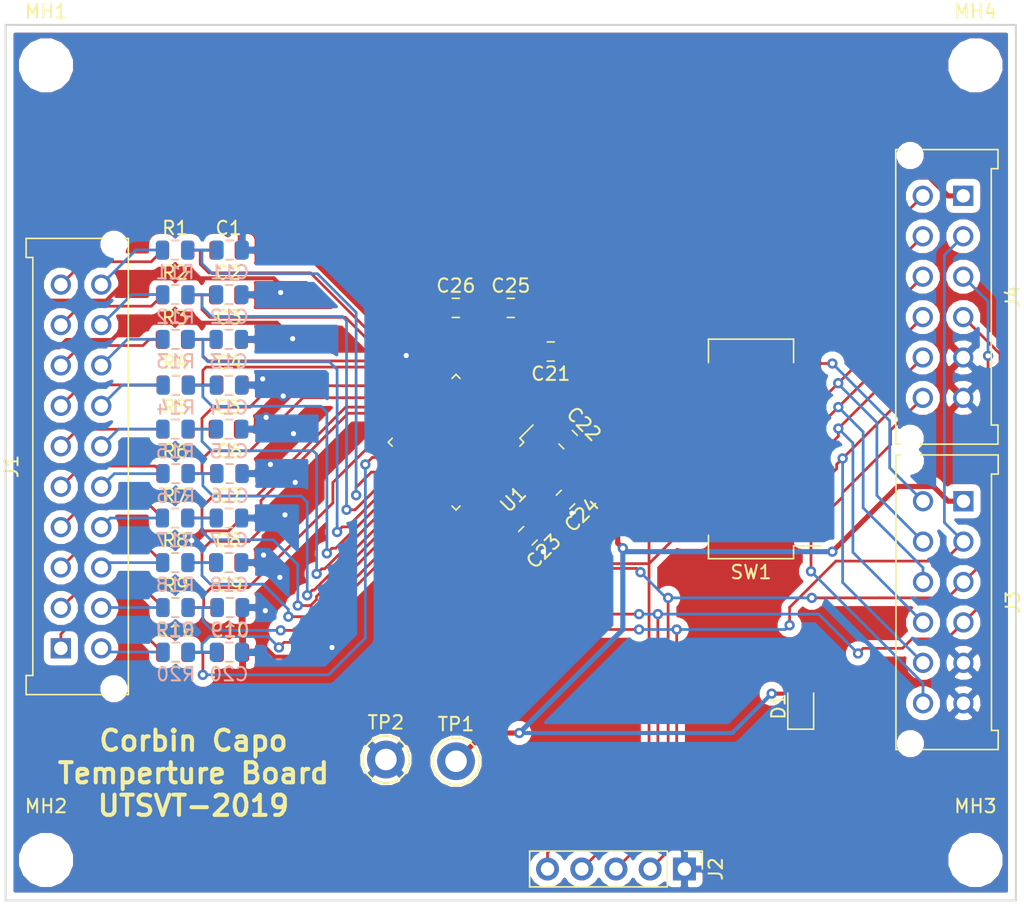
<source format=kicad_pcb>
(kicad_pcb (version 20171130) (host pcbnew "(5.0.0)")
  (layers (0 F.Cu signal) (31 B.Cu signal) (34 B.Paste user) (35 F.Paste user) (36 B.SilkS user) (37 F.SilkS user) (38 B.Mask user) (39 F.Mask user) (44 Edge.Cuts user))
  (net 0 "")
  (net 1 GND)
  (net 2 "Net-(C1-Pad1)")
  (net 3 "Net-(C2-Pad1)")
  (net 4 "Net-(C3-Pad1)")
  (net 5 "Net-(C4-Pad1)")
  (net 6 "Net-(C5-Pad1)")
  (net 7 "Net-(C6-Pad1)")
  (net 8 "Net-(C7-Pad1)")
  (net 9 "Net-(C8-Pad1)")
  (net 10 "Net-(C9-Pad1)")
  (net 11 "Net-(C10-Pad1)")
  (net 12 "Net-(C11-Pad1)")
  (net 13 "Net-(C12-Pad1)")
  (net 14 "Net-(C13-Pad1)")
  (net 15 "Net-(C14-Pad1)")
  (net 16 "Net-(C15-Pad1)")
  (net 17 "Net-(C16-Pad1)")
  (net 18 "Net-(C17-Pad1)")
  (net 19 "Net-(C18-Pad1)")
  (net 20 "Net-(C19-Pad1)")
  (net 21 "Net-(C20-Pad1)")
  (net 22 +5V)
  (net 23 "Net-(C22-Pad1)")
  (net 24 "Net-(C22-Pad2)")
  (net 25 "Net-(C23-Pad1)")
  (net 26 "Net-(C24-Pad1)")
  (net 27 "Net-(C25-Pad1)")
  (net 28 "Net-(C26-Pad1)")
  (net 29 /CH1_LPF)
  (net 30 /CH2_LPF)
  (net 31 /CH3_LPF)
  (net 32 /CH4_LPF)
  (net 33 /CH5_LPF)
  (net 34 /CH6_LPF)
  (net 35 /CH7_LPF)
  (net 36 /CH8_LPF)
  (net 37 /CH9_LPF)
  (net 38 /CH10_LPF)
  (net 39 /CH11_LPF)
  (net 40 /CH12_LPF)
  (net 41 /CH13_LPF)
  (net 42 /CH14_LPF)
  (net 43 /CH15_LPF)
  (net 44 /CH16_LPF)
  (net 45 /CH17_LPF)
  (net 46 /CH18_LPF)
  (net 47 /CH19_LPF)
  (net 48 /CH20_LPF)
  (net 49 /SCK)
  (net 50 /MOSI)
  (net 51 /MISO)
  (net 52 /CS1_OUT)
  (net 53 /CS1)
  (net 54 /CS2)
  (net 55 /CS3)
  (net 56 /CS4)
  (net 57 /CS5)
  (net 58 /CS6)
  (net 59 "Net-(U1-Pad37)")
  (net 60 "Net-(U1-Pad42)")
  (module Connector_Molex:Molex_Micro-Fit_3.0_43045-2012_2x10_P3.00mm_Vertical (layer F.Cu) (at 54.102 113.284 90)
    (fp_text reference J1 (at 13.5 -3.67 90) (layer F.SilkS))
    (fp_text value Conn_02x10_Counter_Clockwise)
    (pad "" np_thru_hole circle (at -3 3.94 90) (size 1 1) (drill 1) (layers *.Cu *.Mask))
    (pad "" np_thru_hole circle (at 30 3.94 90) (size 1 1) (drill 1) (layers *.Cu *.Mask))
    (pad 1 thru_hole rect (at 0 0 90) (size 1.5 1.5) (drill 1) (layers *.Cu *.Mask) (net 38 /CH10_LPF))
    (pad 2 thru_hole circle (at 3 0 90) (size 1.5 1.5) (drill 1) (layers *.Cu *.Mask) (net 37 /CH9_LPF))
    (pad 3 thru_hole circle (at 6 0 90) (size 1.5 1.5) (drill 1) (layers *.Cu *.Mask) (net 36 /CH8_LPF))
    (pad 4 thru_hole circle (at 9 0 90) (size 1.5 1.5) (drill 1) (layers *.Cu *.Mask) (net 35 /CH7_LPF))
    (pad 5 thru_hole circle (at 12 0 90) (size 1.5 1.5) (drill 1) (layers *.Cu *.Mask) (net 34 /CH6_LPF))
    (pad 6 thru_hole circle (at 15 0 90) (size 1.5 1.5) (drill 1) (layers *.Cu *.Mask) (net 33 /CH5_LPF))
    (pad 7 thru_hole circle (at 18 0 90) (size 1.5 1.5) (drill 1) (layers *.Cu *.Mask) (net 32 /CH4_LPF))
    (pad 8 thru_hole circle (at 21 0 90) (size 1.5 1.5) (drill 1) (layers *.Cu *.Mask) (net 31 /CH3_LPF))
    (pad 9 thru_hole circle (at 24 0 90) (size 1.5 1.5) (drill 1) (layers *.Cu *.Mask) (net 30 /CH2_LPF))
    (pad 10 thru_hole circle (at 27 0 90) (size 1.5 1.5) (drill 1) (layers *.Cu *.Mask) (net 29 /CH1_LPF))
    (pad 11 thru_hole circle (at 0 3 90) (size 1.5 1.5) (drill 1) (layers *.Cu *.Mask) (net 48 /CH20_LPF))
    (pad 12 thru_hole circle (at 3 3 90) (size 1.5 1.5) (drill 1) (layers *.Cu *.Mask) (net 47 /CH19_LPF))
    (pad 13 thru_hole circle (at 6 3 90) (size 1.5 1.5) (drill 1) (layers *.Cu *.Mask) (net 46 /CH18_LPF))
    (pad 14 thru_hole circle (at 9 3 90) (size 1.5 1.5) (drill 1) (layers *.Cu *.Mask) (net 45 /CH17_LPF))
    (pad 15 thru_hole circle (at 12 3 90) (size 1.5 1.5) (drill 1) (layers *.Cu *.Mask) (net 44 /CH16_LPF))
    (pad 16 thru_hole circle (at 15 3 90) (size 1.5 1.5) (drill 1) (layers *.Cu *.Mask) (net 43 /CH15_LPF))
    (pad 17 thru_hole circle (at 18 3 90) (size 1.5 1.5) (drill 1) (layers *.Cu *.Mask) (net 42 /CH14_LPF))
    (pad 18 thru_hole circle (at 21 3 90) (size 1.5 1.5) (drill 1) (layers *.Cu *.Mask) (net 41 /CH13_LPF))
    (pad 19 thru_hole circle (at 24 3 90) (size 1.5 1.5) (drill 1) (layers *.Cu *.Mask) (net 40 /CH12_LPF))
    (pad 20 thru_hole circle (at 27 3 90) (size 1.5 1.5) (drill 1) (layers *.Cu *.Mask) (net 39 /CH11_LPF))
  )
  (module Capacitor_SMD:C_0805_2012Metric (layer F.Cu) (at 66.553413 83.734656)
    (fp_text reference C1 (at 0 -1.65) (layer F.SilkS))
    (fp_text value 1uF)
    (pad 2 smd roundrect (at 0.9375 0) (size 0.975 1.4) (layers F.Cu F.Paste F.Mask) (net 1 GND))
    (pad 1 smd roundrect (at -0.9375 0) (size 0.975 1.4) (layers F.Cu F.Paste F.Mask) (net 2 "Net-(C1-Pad1)"))
  )
  (module Capacitor_SMD:C_0805_2012Metric (layer F.Cu) (at 66.526236 87.048768)
    (fp_text reference C2 (at 0 -1.65) (layer F.SilkS))
    (fp_text value 1uF)
    (pad 1 smd roundrect (at -0.9375 0) (size 0.975 1.4) (layers F.Cu F.Paste F.Mask) (net 3 "Net-(C2-Pad1)"))
    (pad 2 smd roundrect (at 0.9375 0) (size 0.975 1.4) (layers F.Cu F.Paste F.Mask) (net 1 GND))
  )
  (module Capacitor_SMD:C_0805_2012Metric (layer F.Cu) (at 66.570387 90.358818)
    (fp_text reference C3 (at 0 -1.65) (layer F.SilkS))
    (fp_text value 1uF)
    (pad 1 smd roundrect (at -0.9375 0) (size 0.975 1.4) (layers F.Cu F.Paste F.Mask) (net 4 "Net-(C3-Pad1)"))
    (pad 2 smd roundrect (at 0.9375 0) (size 0.975 1.4) (layers F.Cu F.Paste F.Mask) (net 1 GND))
  )
  (module Capacitor_SMD:C_0805_2012Metric (layer F.Cu) (at 66.622702 93.725769)
    (fp_text reference C4 (at 0 -1.65) (layer F.SilkS))
    (fp_text value 1uF)
    (pad 1 smd roundrect (at -0.9375 0) (size 0.975 1.4) (layers F.Cu F.Paste F.Mask) (net 5 "Net-(C4-Pad1)"))
    (pad 2 smd roundrect (at 0.9375 0) (size 0.975 1.4) (layers F.Cu F.Paste F.Mask) (net 1 GND))
  )
  (module Capacitor_SMD:C_0805_2012Metric (layer F.Cu) (at 66.495603 97.020585)
    (fp_text reference C5 (at 0 -1.65) (layer F.SilkS))
    (fp_text value 1uF)
    (pad 1 smd roundrect (at -0.9375 0) (size 0.975 1.4) (layers F.Cu F.Paste F.Mask) (net 6 "Net-(C5-Pad1)"))
    (pad 2 smd roundrect (at 0.9375 0) (size 0.975 1.4) (layers F.Cu F.Paste F.Mask) (net 1 GND))
  )
  (module Capacitor_SMD:C_0805_2012Metric (layer F.Cu) (at 66.603997 100.306594)
    (fp_text reference C6 (at 0 -1.65) (layer F.SilkS))
    (fp_text value 1uF)
    (pad 1 smd roundrect (at -0.9375 0) (size 0.975 1.4) (layers F.Cu F.Paste F.Mask) (net 7 "Net-(C6-Pad1)"))
    (pad 2 smd roundrect (at 0.9375 0) (size 0.975 1.4) (layers F.Cu F.Paste F.Mask) (net 1 GND))
  )
  (module Capacitor_SMD:C_0805_2012Metric (layer F.Cu) (at 66.5815 103.609)
    (fp_text reference C7 (at 0 -1.65) (layer F.SilkS))
    (fp_text value 1uF)
    (pad 1 smd roundrect (at -0.9375 0) (size 0.975 1.4) (layers F.Cu F.Paste F.Mask) (net 8 "Net-(C7-Pad1)"))
    (pad 2 smd roundrect (at 0.9375 0) (size 0.975 1.4) (layers F.Cu F.Paste F.Mask) (net 1 GND))
  )
  (module Capacitor_SMD:C_0805_2012Metric (layer F.Cu) (at 66.533632 106.922997)
    (fp_text reference C8 (at 0 -1.65) (layer F.SilkS))
    (fp_text value 1uF)
    (pad 1 smd roundrect (at -0.9375 0) (size 0.975 1.4) (layers F.Cu F.Paste F.Mask) (net 9 "Net-(C8-Pad1)"))
    (pad 2 smd roundrect (at 0.9375 0) (size 0.975 1.4) (layers F.Cu F.Paste F.Mask) (net 1 GND))
  )
  (module Capacitor_SMD:C_0805_2012Metric (layer F.Cu) (at 66.623212 110.260759)
    (fp_text reference C9 (at 0 -1.65) (layer F.SilkS))
    (fp_text value 1uF)
    (pad 1 smd roundrect (at -0.9375 0) (size 0.975 1.4) (layers F.Cu F.Paste F.Mask) (net 10 "Net-(C9-Pad1)"))
    (pad 2 smd roundrect (at 0.9375 0) (size 0.975 1.4) (layers F.Cu F.Paste F.Mask) (net 1 GND))
  )
  (module Capacitor_SMD:C_0805_2012Metric (layer F.Cu) (at 66.654 113.598)
    (fp_text reference C10 (at 0 -1.65) (layer F.SilkS))
    (fp_text value 1uF)
    (pad 1 smd roundrect (at -0.9375 0) (size 0.975 1.4) (layers F.Cu F.Paste F.Mask) (net 11 "Net-(C10-Pad1)"))
    (pad 2 smd roundrect (at 0.9375 0) (size 0.975 1.4) (layers F.Cu F.Paste F.Mask) (net 1 GND))
  )
  (module Capacitor_SMD:C_0805_2012Metric (layer B.Cu) (at 66.635806 83.710204)
    (fp_text reference C11 (at 0 1.65) (layer B.SilkS) (effects (justify mirror)))
    (fp_text value 1uF)
    (pad 2 smd roundrect (at 0.9375 0) (size 0.975 1.4) (layers B.Cu B.Paste B.Mask) (net 1 GND))
    (pad 1 smd roundrect (at -0.9375 0) (size 0.975 1.4) (layers B.Cu B.Paste B.Mask) (net 12 "Net-(C11-Pad1)"))
  )
  (module Capacitor_SMD:C_0805_2012Metric (layer B.Cu) (at 66.607378 87.020189)
    (fp_text reference C12 (at 0 1.65) (layer B.SilkS) (effects (justify mirror)))
    (fp_text value 1uF)
    (pad 2 smd roundrect (at 0.9375 0) (size 0.975 1.4) (layers B.Cu B.Paste B.Mask) (net 1 GND))
    (pad 1 smd roundrect (at -0.9375 0) (size 0.975 1.4) (layers B.Cu B.Paste B.Mask) (net 13 "Net-(C12-Pad1)"))
  )
  (module Capacitor_SMD:C_0805_2012Metric (layer B.Cu) (at 66.564709 90.338131)
    (fp_text reference C13 (at 0 1.65) (layer B.SilkS) (effects (justify mirror)))
    (fp_text value 1uF)
    (pad 2 smd roundrect (at 0.9375 0) (size 0.975 1.4) (layers B.Cu B.Paste B.Mask) (net 1 GND))
    (pad 1 smd roundrect (at -0.9375 0) (size 0.975 1.4) (layers B.Cu B.Paste B.Mask) (net 14 "Net-(C13-Pad1)"))
  )
  (module Capacitor_SMD:C_0805_2012Metric (layer B.Cu) (at 66.576757 93.763012)
    (fp_text reference C14 (at 0 1.65) (layer B.SilkS) (effects (justify mirror)))
    (fp_text value 1uF)
    (pad 2 smd roundrect (at 0.9375 0) (size 0.975 1.4) (layers B.Cu B.Paste B.Mask) (net 1 GND))
    (pad 1 smd roundrect (at -0.9375 0) (size 0.975 1.4) (layers B.Cu B.Paste B.Mask) (net 15 "Net-(C14-Pad1)"))
  )
  (module Capacitor_SMD:C_0805_2012Metric (layer B.Cu) (at 66.600974 97.007282)
    (fp_text reference C15 (at 0 1.65) (layer B.SilkS) (effects (justify mirror)))
    (fp_text value 1uF)
    (pad 2 smd roundrect (at 0.9375 0) (size 0.975 1.4) (layers B.Cu B.Paste B.Mask) (net 1 GND))
    (pad 1 smd roundrect (at -0.9375 0) (size 0.975 1.4) (layers B.Cu B.Paste B.Mask) (net 16 "Net-(C15-Pad1)"))
  )
  (module Capacitor_SMD:C_0805_2012Metric (layer B.Cu) (at 66.629331 100.317404)
    (fp_text reference C16 (at 0 1.65) (layer B.SilkS) (effects (justify mirror)))
    (fp_text value 1uF)
    (pad 2 smd roundrect (at 0.9375 0) (size 0.975 1.4) (layers B.Cu B.Paste B.Mask) (net 1 GND))
    (pad 1 smd roundrect (at -0.9375 0) (size 0.975 1.4) (layers B.Cu B.Paste B.Mask) (net 17 "Net-(C16-Pad1)"))
  )
  (module Capacitor_SMD:C_0805_2012Metric (layer B.Cu) (at 66.580312 103.610658)
    (fp_text reference C17 (at 0 1.65) (layer B.SilkS) (effects (justify mirror)))
    (fp_text value 1uF)
    (pad 2 smd roundrect (at 0.9375 0) (size 0.975 1.4) (layers B.Cu B.Paste B.Mask) (net 1 GND))
    (pad 1 smd roundrect (at -0.9375 0) (size 0.975 1.4) (layers B.Cu B.Paste B.Mask) (net 18 "Net-(C17-Pad1)"))
  )
  (module Capacitor_SMD:C_0805_2012Metric (layer B.Cu) (at 66.594894 106.922079)
    (fp_text reference C18 (at 0 1.65) (layer B.SilkS) (effects (justify mirror)))
    (fp_text value 1uF)
    (pad 2 smd roundrect (at 0.9375 0) (size 0.975 1.4) (layers B.Cu B.Paste B.Mask) (net 1 GND))
    (pad 1 smd roundrect (at -0.9375 0) (size 0.975 1.4) (layers B.Cu B.Paste B.Mask) (net 19 "Net-(C18-Pad1)"))
  )
  (module Capacitor_SMD:C_0805_2012Metric (layer B.Cu) (at 66.661538 110.25557)
    (fp_text reference C19 (at 0 1.65) (layer B.SilkS) (effects (justify mirror)))
    (fp_text value 1uF)
    (pad 1 smd roundrect (at -0.9375 0) (size 0.975 1.4) (layers B.Cu B.Paste B.Mask) (net 20 "Net-(C19-Pad1)"))
    (pad 2 smd roundrect (at 0.9375 0) (size 0.975 1.4) (layers B.Cu B.Paste B.Mask) (net 1 GND))
  )
  (module Capacitor_SMD:C_0805_2012Metric (layer B.Cu) (at 66.576842 113.559363)
    (fp_text reference C20 (at 0 1.65) (layer B.SilkS) (effects (justify mirror)))
    (fp_text value 1uF)
    (pad 2 smd roundrect (at 0.9375 0) (size 0.975 1.4) (layers B.Cu B.Paste B.Mask) (net 1 GND))
    (pad 1 smd roundrect (at -0.9375 0) (size 0.975 1.4) (layers B.Cu B.Paste B.Mask) (net 21 "Net-(C20-Pad1)"))
  )
  (module Capacitor_SMD:C_0805_2012Metric (layer F.Cu) (at 90.4725 91.2495 180)
    (fp_text reference C21 (at 0 -1.65 180) (layer F.SilkS))
    (fp_text value 0.1uF)
    (pad 2 smd roundrect (at 0.9375 0 180) (size 0.975 1.4) (layers F.Cu F.Paste F.Mask) (net 22 +5V))
    (pad 1 smd roundrect (at -0.9375 0 180) (size 0.975 1.4) (layers F.Cu F.Paste F.Mask) (net 1 GND))
  )
  (module Capacitor_SMD:C_0805_2012Metric (layer F.Cu) (at 91.7575 97.79 315)
    (fp_text reference C22 (at 0 -1.65 315) (layer F.SilkS))
    (fp_text value 10uF)
    (pad 1 smd roundrect (at -0.937501 0 315) (size 0.975 1.4) (layers F.Cu F.Paste F.Mask) (net 23 "Net-(C22-Pad1)"))
    (pad 2 smd roundrect (at 0.937501 0 315) (size 0.975 1.4) (layers F.Cu F.Paste F.Mask) (net 24 "Net-(C22-Pad2)"))
  )
  (module Capacitor_SMD:C_0805_2012Metric (layer F.Cu) (at 88.773 104.929913 225)
    (fp_text reference C23 (at 0 -1.65 225) (layer F.SilkS))
    (fp_text value 10uF)
    (pad 2 smd roundrect (at 0.937501 0 225) (size 0.975 1.4) (layers F.Cu F.Paste F.Mask) (net 1 GND))
    (pad 1 smd roundrect (at -0.937501 0 225) (size 0.975 1.4) (layers F.Cu F.Paste F.Mask) (net 25 "Net-(C23-Pad1)"))
  )
  (module Capacitor_SMD:C_0805_2012Metric (layer F.Cu) (at 91.567 102.235 225)
    (fp_text reference C24 (at -0.044901 -1.661347 225) (layer F.SilkS))
    (fp_text value 10uF)
    (pad 2 smd roundrect (at 0.937501 0 225) (size 0.975 1.4) (layers F.Cu F.Paste F.Mask) (net 1 GND))
    (pad 1 smd roundrect (at -0.937501 0 225) (size 0.975 1.4) (layers F.Cu F.Paste F.Mask) (net 26 "Net-(C24-Pad1)"))
  )
  (module Capacitor_SMD:C_0805_2012Metric (layer F.Cu) (at 87.503 88.011)
    (fp_text reference C25 (at 0 -1.65) (layer F.SilkS))
    (fp_text value 1uF)
    (pad 1 smd roundrect (at -0.9375 0) (size 0.975 1.4) (layers F.Cu F.Paste F.Mask) (net 27 "Net-(C25-Pad1)"))
    (pad 2 smd roundrect (at 0.9375 0) (size 0.975 1.4) (layers F.Cu F.Paste F.Mask) (net 1 GND))
  )
  (module Capacitor_SMD:C_0805_2012Metric (layer F.Cu) (at 83.424 88.011)
    (fp_text reference C26 (at 0 -1.65) (layer F.SilkS))
    (fp_text value 1uF)
    (pad 1 smd roundrect (at -0.9375 0) (size 0.975 1.4) (layers F.Cu F.Paste F.Mask) (net 28 "Net-(C26-Pad1)"))
    (pad 2 smd roundrect (at 0.9375 0) (size 0.975 1.4) (layers F.Cu F.Paste F.Mask) (net 1 GND))
  )
  (module LED_SMD:LED_0805_2012Metric (layer F.Cu) (at 109.0295 117.602 90)
    (fp_text reference D1 (at 0 -1.65 90) (layer F.SilkS))
    (fp_text value LED)
    (pad 1 smd roundrect (at -0.9375 0 90) (size 0.975 1.4) (layers F.Cu F.Paste F.Mask) (net 1 GND))
    (pad 2 smd roundrect (at 0.9375 0 90) (size 0.975 1.4) (layers F.Cu F.Paste F.Mask) (net 22 +5V))
  )
  (module Connector_PinHeader_2.54mm:PinHeader_1x05_P2.54mm_Vertical (layer F.Cu) (at 100.3935 129.667 270)
    (fp_text reference J2 (at 0 -2.33 270) (layer F.SilkS))
    (fp_text value "Logic Analyzer")
    (pad 1 thru_hole rect (at 0 0 270) (size 1.7 1.7) (drill 1) (layers *.Cu *.Mask) (net 1 GND))
    (pad 2 thru_hole oval (at 0 2.54 270) (size 1.7 1.7) (drill 1) (layers *.Cu *.Mask) (net 49 /SCK))
    (pad 3 thru_hole oval (at 0 5.08 270) (size 1.7 1.7) (drill 1) (layers *.Cu *.Mask) (net 50 /MOSI))
    (pad 4 thru_hole oval (at 0 7.62 270) (size 1.7 1.7) (drill 1) (layers *.Cu *.Mask) (net 51 /MISO))
    (pad 5 thru_hole oval (at 0 10.16 270) (size 1.7 1.7) (drill 1) (layers *.Cu *.Mask) (net 52 /CS1_OUT))
  )
  (module UTSVT_Connectors:Molex_MicroFit3.0_2x6xP3.00mm_PolarizingPeg_Vertical (layer F.Cu) (at 121.11 102.362 270)
    (fp_text reference J3 (at 7.5 -3.67 270) (layer F.SilkS))
    (fp_text value Conn_02x06_Counter_Clockwise)
    (pad "" np_thru_hole circle (at -3 3.94 270) (size 1 1) (drill 1) (layers *.Cu *.Mask))
    (pad "" np_thru_hole circle (at 18 3.94 270) (size 1 1) (drill 1) (layers *.Cu *.Mask))
    (pad 1 thru_hole rect (at 0 0 270) (size 1.5 1.5) (drill 1) (layers *.Cu *.Mask) (net 22 +5V))
    (pad 2 thru_hole circle (at 3 0 270) (size 1.5 1.5) (drill 1) (layers *.Cu *.Mask) (net 49 /SCK))
    (pad 3 thru_hole circle (at 6 0 270) (size 1.5 1.5) (drill 1) (layers *.Cu *.Mask) (net 50 /MOSI))
    (pad 4 thru_hole circle (at 9 0 270) (size 1.5 1.5) (drill 1) (layers *.Cu *.Mask) (net 51 /MISO))
    (pad 5 thru_hole circle (at 12 0 270) (size 1.5 1.5) (drill 1) (layers *.Cu *.Mask) (net 1 GND))
    (pad 6 thru_hole circle (at 15 0 270) (size 1.5 1.5) (drill 1) (layers *.Cu *.Mask) (net 1 GND))
    (pad 7 thru_hole circle (at 0 3 270) (size 1.5 1.5) (drill 1) (layers *.Cu *.Mask) (net 58 /CS6))
    (pad 8 thru_hole circle (at 3 3 270) (size 1.5 1.5) (drill 1) (layers *.Cu *.Mask) (net 57 /CS5))
    (pad 9 thru_hole circle (at 6 3 270) (size 1.5 1.5) (drill 1) (layers *.Cu *.Mask) (net 56 /CS4))
    (pad 10 thru_hole circle (at 9 3 270) (size 1.5 1.5) (drill 1) (layers *.Cu *.Mask) (net 55 /CS3))
    (pad 11 thru_hole circle (at 12 3 270) (size 1.5 1.5) (drill 1) (layers *.Cu *.Mask) (net 54 /CS2))
    (pad 12 thru_hole circle (at 15 3 270) (size 1.5 1.5) (drill 1) (layers *.Cu *.Mask) (net 53 /CS1))
  )
  (module UTSVT_Connectors:Molex_MicroFit3.0_2x6xP3.00mm_PolarizingPeg_Vertical (layer F.Cu) (at 121.0945 79.6925 270)
    (fp_text reference J4 (at 7.5 -3.67 270) (layer F.SilkS))
    (fp_text value Conn_02x06_Counter_Clockwise)
    (pad 12 thru_hole circle (at 15 3 270) (size 1.5 1.5) (drill 1) (layers *.Cu *.Mask) (net 53 /CS1))
    (pad 11 thru_hole circle (at 12 3 270) (size 1.5 1.5) (drill 1) (layers *.Cu *.Mask) (net 54 /CS2))
    (pad 10 thru_hole circle (at 9 3 270) (size 1.5 1.5) (drill 1) (layers *.Cu *.Mask) (net 55 /CS3))
    (pad 9 thru_hole circle (at 6 3 270) (size 1.5 1.5) (drill 1) (layers *.Cu *.Mask) (net 56 /CS4))
    (pad 8 thru_hole circle (at 3 3 270) (size 1.5 1.5) (drill 1) (layers *.Cu *.Mask) (net 57 /CS5))
    (pad 7 thru_hole circle (at 0 3 270) (size 1.5 1.5) (drill 1) (layers *.Cu *.Mask) (net 58 /CS6))
    (pad 6 thru_hole circle (at 15 0 270) (size 1.5 1.5) (drill 1) (layers *.Cu *.Mask) (net 1 GND))
    (pad 5 thru_hole circle (at 12 0 270) (size 1.5 1.5) (drill 1) (layers *.Cu *.Mask) (net 1 GND))
    (pad 4 thru_hole circle (at 9 0 270) (size 1.5 1.5) (drill 1) (layers *.Cu *.Mask) (net 51 /MISO))
    (pad 3 thru_hole circle (at 6 0 270) (size 1.5 1.5) (drill 1) (layers *.Cu *.Mask) (net 50 /MOSI))
    (pad 2 thru_hole circle (at 3 0 270) (size 1.5 1.5) (drill 1) (layers *.Cu *.Mask) (net 49 /SCK))
    (pad 1 thru_hole rect (at 0 0 270) (size 1.5 1.5) (drill 1) (layers *.Cu *.Mask) (net 22 +5V))
    (pad "" np_thru_hole circle (at 18 3.94 270) (size 1 1) (drill 1) (layers *.Cu *.Mask))
    (pad "" np_thru_hole circle (at -3 3.94 270) (size 1 1) (drill 1) (layers *.Cu *.Mask))
  )
  (module MountingHole:MountingHole_3mm (layer F.Cu) (at 53 70)
    (fp_text reference MH1 (at 0 -4) (layer F.SilkS))
    (fp_text value MountingHole)
    (pad 1 np_thru_hole circle (at 0 0) (size 3 3) (drill 3) (layers *.Cu *.Mask))
  )
  (module MountingHole:MountingHole_3mm (layer F.Cu) (at 53 129)
    (fp_text reference MH2 (at 0 -4) (layer F.SilkS))
    (fp_text value MountingHole)
    (pad 1 np_thru_hole circle (at 0 0) (size 3 3) (drill 3) (layers *.Cu *.Mask))
  )
  (module MountingHole:MountingHole_3mm (layer F.Cu) (at 122 129)
    (fp_text reference MH3 (at 0 -4) (layer F.SilkS))
    (fp_text value MountingHole)
    (pad 1 np_thru_hole circle (at 0 0) (size 3 3) (drill 3) (layers *.Cu *.Mask))
  )
  (module MountingHole:MountingHole_3mm (layer F.Cu) (at 122 70)
    (fp_text reference MH4 (at 0 -4) (layer F.SilkS))
    (fp_text value MountingHole)
    (pad 1 np_thru_hole circle (at 0 0) (size 3 3) (drill 3) (layers *.Cu *.Mask))
  )
  (module Resistor_SMD:R_0805_2012Metric (layer F.Cu) (at 62.593413 83.734656)
    (fp_text reference R1 (at 0 -1.65) (layer F.SilkS))
    (fp_text value 1k)
    (pad 2 smd roundrect (at 0.9375 0) (size 0.975 1.4) (layers F.Cu F.Paste F.Mask) (net 2 "Net-(C1-Pad1)"))
    (pad 1 smd roundrect (at -0.9375 0) (size 0.975 1.4) (layers F.Cu F.Paste F.Mask) (net 29 /CH1_LPF))
  )
  (module Resistor_SMD:R_0805_2012Metric (layer F.Cu) (at 62.588736 87.048768)
    (fp_text reference R2 (at 0 -1.65) (layer F.SilkS))
    (fp_text value 1k)
    (pad 1 smd roundrect (at -0.9375 0) (size 0.975 1.4) (layers F.Cu F.Paste F.Mask) (net 30 /CH2_LPF))
    (pad 2 smd roundrect (at 0.9375 0) (size 0.975 1.4) (layers F.Cu F.Paste F.Mask) (net 3 "Net-(C2-Pad1)"))
  )
  (module Resistor_SMD:R_0805_2012Metric (layer F.Cu) (at 62.570387 90.358818)
    (fp_text reference R3 (at 0 -1.65) (layer F.SilkS))
    (fp_text value 1k)
    (pad 2 smd roundrect (at 0.9375 0) (size 0.975 1.4) (layers F.Cu F.Paste F.Mask) (net 4 "Net-(C3-Pad1)"))
    (pad 1 smd roundrect (at -0.9375 0) (size 0.975 1.4) (layers F.Cu F.Paste F.Mask) (net 31 /CH3_LPF))
  )
  (module Resistor_SMD:R_0805_2012Metric (layer F.Cu) (at 62.622702 93.725769)
    (fp_text reference R4 (at 0 -1.65) (layer F.SilkS))
    (fp_text value 1k)
    (pad 2 smd roundrect (at 0.9375 0) (size 0.975 1.4) (layers F.Cu F.Paste F.Mask) (net 5 "Net-(C4-Pad1)"))
    (pad 1 smd roundrect (at -0.9375 0) (size 0.975 1.4) (layers F.Cu F.Paste F.Mask) (net 32 /CH4_LPF))
  )
  (module Resistor_SMD:R_0805_2012Metric (layer F.Cu) (at 62.620603 97.020585)
    (fp_text reference R5 (at 0 -1.65) (layer F.SilkS))
    (fp_text value 1k)
    (pad 1 smd roundrect (at -0.9375 0) (size 0.975 1.4) (layers F.Cu F.Paste F.Mask) (net 33 /CH5_LPF))
    (pad 2 smd roundrect (at 0.9375 0) (size 0.975 1.4) (layers F.Cu F.Paste F.Mask) (net 6 "Net-(C5-Pad1)"))
  )
  (module Resistor_SMD:R_0805_2012Metric (layer F.Cu) (at 62.603997 100.306594)
    (fp_text reference R6 (at 0 -1.65) (layer F.SilkS))
    (fp_text value 1k)
    (pad 1 smd roundrect (at -0.9375 0) (size 0.975 1.4) (layers F.Cu F.Paste F.Mask) (net 34 /CH6_LPF))
    (pad 2 smd roundrect (at 0.9375 0) (size 0.975 1.4) (layers F.Cu F.Paste F.Mask) (net 7 "Net-(C6-Pad1)"))
  )
  (module Resistor_SMD:R_0805_2012Metric (layer F.Cu) (at 62.5815 103.609)
    (fp_text reference R7 (at 0 -1.65) (layer F.SilkS))
    (fp_text value 1k)
    (pad 2 smd roundrect (at 0.9375 0) (size 0.975 1.4) (layers F.Cu F.Paste F.Mask) (net 8 "Net-(C7-Pad1)"))
    (pad 1 smd roundrect (at -0.9375 0) (size 0.975 1.4) (layers F.Cu F.Paste F.Mask) (net 35 /CH7_LPF))
  )
  (module Resistor_SMD:R_0805_2012Metric (layer F.Cu) (at 62.596132 106.922997)
    (fp_text reference R8 (at 0 -1.65) (layer F.SilkS))
    (fp_text value 1k)
    (pad 2 smd roundrect (at 0.9375 0) (size 0.975 1.4) (layers F.Cu F.Paste F.Mask) (net 9 "Net-(C8-Pad1)"))
    (pad 1 smd roundrect (at -0.9375 0) (size 0.975 1.4) (layers F.Cu F.Paste F.Mask) (net 36 /CH8_LPF))
  )
  (module Resistor_SMD:R_0805_2012Metric (layer F.Cu) (at 62.623212 110.260759)
    (fp_text reference R9 (at 0 -1.65) (layer F.SilkS))
    (fp_text value 1k)
    (pad 2 smd roundrect (at 0.9375 0) (size 0.975 1.4) (layers F.Cu F.Paste F.Mask) (net 10 "Net-(C9-Pad1)"))
    (pad 1 smd roundrect (at -0.9375 0) (size 0.975 1.4) (layers F.Cu F.Paste F.Mask) (net 37 /CH9_LPF))
  )
  (module Resistor_SMD:R_0805_2012Metric (layer F.Cu) (at 62.5915 113.598)
    (fp_text reference R10 (at 0 -1.65) (layer F.SilkS))
    (fp_text value 1k)
    (pad 2 smd roundrect (at 0.9375 0) (size 0.975 1.4) (layers F.Cu F.Paste F.Mask) (net 11 "Net-(C10-Pad1)"))
    (pad 1 smd roundrect (at -0.9375 0) (size 0.975 1.4) (layers F.Cu F.Paste F.Mask) (net 38 /CH10_LPF))
  )
  (module Resistor_SMD:R_0805_2012Metric (layer B.Cu) (at 62.573306 83.710204)
    (fp_text reference R11 (at 0 1.65) (layer B.SilkS) (effects (justify mirror)))
    (fp_text value 1k)
    (pad 2 smd roundrect (at 0.9375 0) (size 0.975 1.4) (layers B.Cu B.Paste B.Mask) (net 12 "Net-(C11-Pad1)"))
    (pad 1 smd roundrect (at -0.9375 0) (size 0.975 1.4) (layers B.Cu B.Paste B.Mask) (net 39 /CH11_LPF))
  )
  (module Resistor_SMD:R_0805_2012Metric (layer B.Cu) (at 62.607378 87.020189)
    (fp_text reference R12 (at 0 1.65) (layer B.SilkS) (effects (justify mirror)))
    (fp_text value 1k)
    (pad 1 smd roundrect (at -0.9375 0) (size 0.975 1.4) (layers B.Cu B.Paste B.Mask) (net 40 /CH12_LPF))
    (pad 2 smd roundrect (at 0.9375 0) (size 0.975 1.4) (layers B.Cu B.Paste B.Mask) (net 13 "Net-(C12-Pad1)"))
  )
  (module Resistor_SMD:R_0805_2012Metric (layer B.Cu) (at 62.627209 90.338131)
    (fp_text reference R13 (at 0 1.65) (layer B.SilkS) (effects (justify mirror)))
    (fp_text value 1k)
    (pad 1 smd roundrect (at -0.9375 0) (size 0.975 1.4) (layers B.Cu B.Paste B.Mask) (net 41 /CH13_LPF))
    (pad 2 smd roundrect (at 0.9375 0) (size 0.975 1.4) (layers B.Cu B.Paste B.Mask) (net 14 "Net-(C13-Pad1)"))
  )
  (module Resistor_SMD:R_0805_2012Metric (layer B.Cu) (at 62.639257 93.763012)
    (fp_text reference R14 (at 0 1.65) (layer B.SilkS) (effects (justify mirror)))
    (fp_text value 1k)
    (pad 1 smd roundrect (at -0.9375 0) (size 0.975 1.4) (layers B.Cu B.Paste B.Mask) (net 42 /CH14_LPF))
    (pad 2 smd roundrect (at 0.9375 0) (size 0.975 1.4) (layers B.Cu B.Paste B.Mask) (net 15 "Net-(C14-Pad1)"))
  )
  (module Resistor_SMD:R_0805_2012Metric (layer B.Cu) (at 62.600974 97.007282)
    (fp_text reference R15 (at 0 1.65) (layer B.SilkS) (effects (justify mirror)))
    (fp_text value 1k)
    (pad 1 smd roundrect (at -0.9375 0) (size 0.975 1.4) (layers B.Cu B.Paste B.Mask) (net 43 /CH15_LPF))
    (pad 2 smd roundrect (at 0.9375 0) (size 0.975 1.4) (layers B.Cu B.Paste B.Mask) (net 16 "Net-(C15-Pad1)"))
  )
  (module Resistor_SMD:R_0805_2012Metric (layer B.Cu) (at 62.629331 100.317404)
    (fp_text reference R16 (at 0 1.65) (layer B.SilkS) (effects (justify mirror)))
    (fp_text value 1k)
    (pad 1 smd roundrect (at -0.9375 0) (size 0.975 1.4) (layers B.Cu B.Paste B.Mask) (net 44 /CH16_LPF))
    (pad 2 smd roundrect (at 0.9375 0) (size 0.975 1.4) (layers B.Cu B.Paste B.Mask) (net 17 "Net-(C16-Pad1)"))
  )
  (module Resistor_SMD:R_0805_2012Metric (layer B.Cu) (at 62.580312 103.610658)
    (fp_text reference R17 (at 0 1.65) (layer B.SilkS) (effects (justify mirror)))
    (fp_text value 1k)
    (pad 1 smd roundrect (at -0.9375 0) (size 0.975 1.4) (layers B.Cu B.Paste B.Mask) (net 45 /CH17_LPF))
    (pad 2 smd roundrect (at 0.9375 0) (size 0.975 1.4) (layers B.Cu B.Paste B.Mask) (net 18 "Net-(C17-Pad1)"))
  )
  (module Resistor_SMD:R_0805_2012Metric (layer B.Cu) (at 62.594894 106.922079)
    (fp_text reference R18 (at 0 1.65) (layer B.SilkS) (effects (justify mirror)))
    (fp_text value 1k)
    (pad 2 smd roundrect (at 0.9375 0) (size 0.975 1.4) (layers B.Cu B.Paste B.Mask) (net 19 "Net-(C18-Pad1)"))
    (pad 1 smd roundrect (at -0.9375 0) (size 0.975 1.4) (layers B.Cu B.Paste B.Mask) (net 46 /CH18_LPF))
  )
  (module Resistor_SMD:R_0805_2012Metric (layer B.Cu) (at 62.599038 110.25557)
    (fp_text reference R19 (at 0 1.65) (layer B.SilkS) (effects (justify mirror)))
    (fp_text value 1k)
    (pad 2 smd roundrect (at 0.9375 0) (size 0.975 1.4) (layers B.Cu B.Paste B.Mask) (net 20 "Net-(C19-Pad1)"))
    (pad 1 smd roundrect (at -0.9375 0) (size 0.975 1.4) (layers B.Cu B.Paste B.Mask) (net 47 /CH19_LPF))
  )
  (module Resistor_SMD:R_0805_2012Metric (layer B.Cu) (at 62.639342 113.559363)
    (fp_text reference R20 (at 0 1.65) (layer B.SilkS) (effects (justify mirror)))
    (fp_text value 1k)
    (pad 1 smd roundrect (at -0.9375 0) (size 0.975 1.4) (layers B.Cu B.Paste B.Mask) (net 48 /CH20_LPF))
    (pad 2 smd roundrect (at 0.9375 0) (size 0.975 1.4) (layers B.Cu B.Paste B.Mask) (net 21 "Net-(C20-Pad1)"))
  )
  (module Button_Switch_SMD:SW_DIP_SPSTx06_Slide_Omron_A6S-610x_W8.9mm_P2.54mm (layer F.Cu) (at 105.34 98.48 180)
    (fp_text reference SW1 (at 0 -9.15 180) (layer F.SilkS))
    (fp_text value SW_DIP_x06)
    (pad 1 smd rect (at -4.45 -6.35 180) (size 1.5 1.1) (layers F.Cu F.Paste F.Mask) (net 53 /CS1))
    (pad 7 smd rect (at 4.45 6.35 180) (size 1.5 1.1) (layers F.Cu F.Paste F.Mask) (net 52 /CS1_OUT))
    (pad 2 smd rect (at -4.45 -3.81 180) (size 1.5 1.1) (layers F.Cu F.Paste F.Mask) (net 54 /CS2))
    (pad 8 smd rect (at 4.45 3.81 180) (size 1.5 1.1) (layers F.Cu F.Paste F.Mask) (net 52 /CS1_OUT))
    (pad 3 smd rect (at -4.45 -1.27 180) (size 1.5 1.1) (layers F.Cu F.Paste F.Mask) (net 55 /CS3))
    (pad 9 smd rect (at 4.45 1.27 180) (size 1.5 1.1) (layers F.Cu F.Paste F.Mask) (net 52 /CS1_OUT))
    (pad 4 smd rect (at -4.45 1.27 180) (size 1.5 1.1) (layers F.Cu F.Paste F.Mask) (net 56 /CS4))
    (pad 10 smd rect (at 4.45 -1.27 180) (size 1.5 1.1) (layers F.Cu F.Paste F.Mask) (net 52 /CS1_OUT))
    (pad 5 smd rect (at -4.45 3.81 180) (size 1.5 1.1) (layers F.Cu F.Paste F.Mask) (net 57 /CS5))
    (pad 11 smd rect (at 4.45 -3.81 180) (size 1.5 1.1) (layers F.Cu F.Paste F.Mask) (net 52 /CS1_OUT))
    (pad 6 smd rect (at -4.45 6.35 180) (size 1.5 1.1) (layers F.Cu F.Paste F.Mask) (net 58 /CS6))
    (pad 12 smd rect (at 4.45 -6.35 180) (size 1.5 1.1) (layers F.Cu F.Paste F.Mask) (net 52 /CS1_OUT))
  )
  (module TestPoint:TestPoint_Keystone_5005-5009_Compact (layer F.Cu) (at 83.439 121.666)
    (fp_text reference TP1 (at 0 -2.75) (layer F.SilkS))
    (fp_text value TestPoint)
    (pad 1 thru_hole circle (at 0 0) (size 2.8 2.8) (drill 1.6) (layers *.Cu *.Mask) (net 22 +5V))
  )
  (module TestPoint:TestPoint_Keystone_5005-5009_Compact (layer F.Cu) (at 78.232 121.539)
    (fp_text reference TP2 (at 0 -2.75) (layer F.SilkS))
    (fp_text value TestPoint)
    (pad 1 thru_hole circle (at 0 0) (size 2.8 2.8) (drill 1.6) (layers *.Cu *.Mask) (net 1 GND))
  )
  (module Package_QFP:LQFP-48_7x7mm_P0.5mm (layer F.Cu) (at 83.439 97.9805 225)
    (fp_text reference U1 (at 0 -6 225) (layer F.SilkS))
    (fp_text value LTC2983)
    (pad 1 smd rect (at -4.35 -2.75 225) (size 1.3 0.25) (layers F.Cu F.Paste F.Mask) (net 1 GND))
    (pad 2 smd rect (at -4.35 -2.25 225) (size 1.3 0.25) (layers F.Cu F.Paste F.Mask) (net 22 +5V))
    (pad 3 smd rect (at -4.35 -1.749999 225) (size 1.3 0.25) (layers F.Cu F.Paste F.Mask) (net 1 GND))
    (pad 4 smd rect (at -4.35 -1.25 225) (size 1.3 0.25) (layers F.Cu F.Paste F.Mask) (net 22 +5V))
    (pad 5 smd rect (at -4.35 -0.750001 225) (size 1.3 0.25) (layers F.Cu F.Paste F.Mask) (net 1 GND))
    (pad 6 smd rect (at -4.35 -0.25 225) (size 1.3 0.25) (layers F.Cu F.Paste F.Mask) (net 22 +5V))
    (pad 7 smd rect (at -4.35 0.25 225) (size 1.3 0.25) (layers F.Cu F.Paste F.Mask) (net 1 GND))
    (pad 8 smd rect (at -4.35 0.750001 225) (size 1.3 0.25) (layers F.Cu F.Paste F.Mask) (net 22 +5V))
    (pad 9 smd rect (at -4.35 1.25 225) (size 1.3 0.25) (layers F.Cu F.Paste F.Mask) (net 1 GND))
    (pad 10 smd rect (at -4.35 1.749999 225) (size 1.3 0.25) (layers F.Cu F.Paste F.Mask))
    (pad 11 smd rect (at -4.35 2.25 225) (size 1.3 0.25) (layers F.Cu F.Paste F.Mask) (net 27 "Net-(C25-Pad1)"))
    (pad 12 smd rect (at -4.35 2.75 225) (size 1.3 0.25) (layers F.Cu F.Paste F.Mask) (net 1 GND))
    (pad 13 smd rect (at -2.75 4.35 315) (size 1.3 0.25) (layers F.Cu F.Paste F.Mask) (net 28 "Net-(C26-Pad1)"))
    (pad 14 smd rect (at -2.25 4.35 315) (size 1.3 0.25) (layers F.Cu F.Paste F.Mask) (net 28 "Net-(C26-Pad1)"))
    (pad 15 smd rect (at -1.749999 4.35 315) (size 1.3 0.25) (layers F.Cu F.Paste F.Mask) (net 1 GND))
    (pad 16 smd rect (at -1.25 4.35 315) (size 1.3 0.25) (layers F.Cu F.Paste F.Mask) (net 2 "Net-(C1-Pad1)"))
    (pad 17 smd rect (at -0.750001 4.35 315) (size 1.3 0.25) (layers F.Cu F.Paste F.Mask) (net 3 "Net-(C2-Pad1)"))
    (pad 18 smd rect (at -0.25 4.35 315) (size 1.3 0.25) (layers F.Cu F.Paste F.Mask) (net 4 "Net-(C3-Pad1)"))
    (pad 19 smd rect (at 0.25 4.35 315) (size 1.3 0.25) (layers F.Cu F.Paste F.Mask) (net 5 "Net-(C4-Pad1)"))
    (pad 20 smd rect (at 0.750001 4.35 315) (size 1.3 0.25) (layers F.Cu F.Paste F.Mask) (net 6 "Net-(C5-Pad1)"))
    (pad 21 smd rect (at 1.25 4.35 315) (size 1.3 0.25) (layers F.Cu F.Paste F.Mask) (net 7 "Net-(C6-Pad1)"))
    (pad 22 smd rect (at 1.749999 4.35 315) (size 1.3 0.25) (layers F.Cu F.Paste F.Mask) (net 8 "Net-(C7-Pad1)"))
    (pad 23 smd rect (at 2.25 4.35 315) (size 1.3 0.25) (layers F.Cu F.Paste F.Mask) (net 9 "Net-(C8-Pad1)"))
    (pad 24 smd rect (at 2.75 4.35 315) (size 1.3 0.25) (layers F.Cu F.Paste F.Mask) (net 10 "Net-(C9-Pad1)"))
    (pad 25 smd rect (at 4.35 2.75 225) (size 1.3 0.25) (layers F.Cu F.Paste F.Mask) (net 11 "Net-(C10-Pad1)"))
    (pad 26 smd rect (at 4.35 2.25 225) (size 1.3 0.25) (layers F.Cu F.Paste F.Mask) (net 12 "Net-(C11-Pad1)"))
    (pad 27 smd rect (at 4.35 1.749999 225) (size 1.3 0.25) (layers F.Cu F.Paste F.Mask) (net 13 "Net-(C12-Pad1)"))
    (pad 28 smd rect (at 4.35 1.25 225) (size 1.3 0.25) (layers F.Cu F.Paste F.Mask) (net 14 "Net-(C13-Pad1)"))
    (pad 29 smd rect (at 4.35 0.750001 225) (size 1.3 0.25) (layers F.Cu F.Paste F.Mask) (net 15 "Net-(C14-Pad1)"))
    (pad 30 smd rect (at 4.35 0.25 225) (size 1.3 0.25) (layers F.Cu F.Paste F.Mask) (net 16 "Net-(C15-Pad1)"))
    (pad 31 smd rect (at 4.35 -0.25 225) (size 1.3 0.25) (layers F.Cu F.Paste F.Mask) (net 17 "Net-(C16-Pad1)"))
    (pad 32 smd rect (at 4.35 -0.750001 225) (size 1.3 0.25) (layers F.Cu F.Paste F.Mask) (net 18 "Net-(C17-Pad1)"))
    (pad 33 smd rect (at 4.35 -1.25 225) (size 1.3 0.25) (layers F.Cu F.Paste F.Mask) (net 19 "Net-(C18-Pad1)"))
    (pad 34 smd rect (at 4.35 -1.749999 225) (size 1.3 0.25) (layers F.Cu F.Paste F.Mask) (net 20 "Net-(C19-Pad1)"))
    (pad 35 smd rect (at 4.35 -2.25 225) (size 1.3 0.25) (layers F.Cu F.Paste F.Mask) (net 21 "Net-(C20-Pad1)"))
    (pad 36 smd rect (at 4.35 -2.75 225) (size 1.3 0.25) (layers F.Cu F.Paste F.Mask) (net 1 GND))
    (pad 37 smd rect (at 2.75 -4.35 315) (size 1.3 0.25) (layers F.Cu F.Paste F.Mask) (net 59 "Net-(U1-Pad37)"))
    (pad 38 smd rect (at 2.25 -4.35 315) (size 1.3 0.25) (layers F.Cu F.Paste F.Mask) (net 49 /SCK))
    (pad 39 smd rect (at 1.749999 -4.35 315) (size 1.3 0.25) (layers F.Cu F.Paste F.Mask) (net 51 /MISO))
    (pad 40 smd rect (at 1.25 -4.35 315) (size 1.3 0.25) (layers F.Cu F.Paste F.Mask) (net 50 /MOSI))
    (pad 41 smd rect (at 0.750001 -4.35 315) (size 1.3 0.25) (layers F.Cu F.Paste F.Mask) (net 52 /CS1_OUT))
    (pad 42 smd rect (at 0.25 -4.35 315) (size 1.3 0.25) (layers F.Cu F.Paste F.Mask) (net 60 "Net-(U1-Pad42)"))
    (pad 43 smd rect (at -0.25 -4.35 315) (size 1.3 0.25) (layers F.Cu F.Paste F.Mask) (net 25 "Net-(C23-Pad1)"))
    (pad 44 smd rect (at -0.750001 -4.35 315) (size 1.3 0.25) (layers F.Cu F.Paste F.Mask) (net 1 GND))
    (pad 45 smd rect (at -1.25 -4.35 315) (size 1.3 0.25) (layers F.Cu F.Paste F.Mask) (net 22 +5V))
    (pad 46 smd rect (at -1.749999 -4.35 315) (size 1.3 0.25) (layers F.Cu F.Paste F.Mask) (net 26 "Net-(C24-Pad1)"))
    (pad 47 smd rect (at -2.25 -4.35 315) (size 1.3 0.25) (layers F.Cu F.Paste F.Mask) (net 24 "Net-(C22-Pad2)"))
    (pad 48 smd rect (at -2.75 -4.35 315) (size 1.3 0.25) (layers F.Cu F.Paste F.Mask) (net 23 "Net-(C22-Pad1)"))
  )
  (gr_text "Corbin Capo\nTemperture Board\nUTSVT-2019" (at 63.9445 122.555) (layer F.SilkS) (effects (font (size 1.5 1.5) (thickness 0.3))))
  (gr_line (start 50 67) (end 50 132) (layer Edge.Cuts) (width 0.15))
  (gr_line (start 125 67) (end 50 67) (layer Edge.Cuts) (width 0.15))
  (gr_line (start 125 132) (end 125 67) (layer Edge.Cuts) (width 0.15))
  (gr_line (start 50 132) (end 125 132) (layer Edge.Cuts) (width 0.15))
  (via (at 69.088 93.2815) (size 0.762) (drill 0.381) (layers F.Cu B.Cu) (net 1))
  (segment (start 69.1515 106.3625) (end 69.1515 104.9655) (width 0.3048) (layer F.Cu) (net 1))
  (segment (start 69.1515 104.9655) (end 70.739 103.378) (width 0.3048) (layer F.Cu) (net 1))
  (segment (start 70.358 108.0135) (end 70.358 107.569) (width 0.3048) (layer B.Cu) (net 1))
  (segment (start 70.358 107.569) (end 69.1515 106.3625) (width 0.3048) (layer B.Cu) (net 1))
  (segment (start 69.2785 109.093) (end 70.358 108.0135) (width 0.3048) (layer F.Cu) (net 1))
  (segment (start 69.2785 110.49) (end 69.2785 109.093) (width 0.3048) (layer F.Cu) (net 1))
  (via (at 70.358 108.0135) (size 0.762) (drill 0.381) (layers F.Cu B.Cu) (net 1))
  (segment (start 69.2785 110.49) (end 69.2785 113.219486) (width 0.3048) (layer F.Cu) (net 1))
  (segment (start 69.2785 113.219486) (end 69.965315 113.906301) (width 0.3048) (layer F.Cu) (net 1))
  (segment (start 69.965315 113.906301) (end 73.545699 113.906301) (width 0.3048) (layer F.Cu) (net 1))
  (segment (start 73.545699 113.906301) (end 73.850501 113.601499) (width 0.3048) (layer F.Cu) (net 1))
  (segment (start 73.850501 113.601499) (end 74.2315 113.2205) (width 0.3048) (layer F.Cu) (net 1))
  (via (at 74.2315 113.2205) (size 0.762) (drill 0.381) (layers F.Cu B.Cu) (net 1))
  (via (at 69.2785 110.49) (size 0.762) (drill 0.381) (layers F.Cu B.Cu) (net 1))
  (via (at 69.1515 106.3625) (size 0.762) (drill 0.381) (layers F.Cu B.Cu) (net 1))
  (segment (start 70.612 94.5515) (end 69.342 93.2815) (width 0.3048) (layer B.Cu) (net 1))
  (segment (start 69.342 93.2815) (end 69.088 93.2815) (width 0.3048) (layer B.Cu) (net 1))
  (segment (start 69.342 96.139) (end 70.612 94.869) (width 0.3048) (layer F.Cu) (net 1))
  (segment (start 70.612 94.869) (end 70.612 94.5515) (width 0.3048) (layer F.Cu) (net 1))
  (segment (start 70.5485 97.3455) (end 69.342 96.139) (width 0.3048) (layer B.Cu) (net 1))
  (segment (start 71.374 97.3455) (end 70.5485 97.3455) (width 0.3048) (layer B.Cu) (net 1))
  (via (at 69.342 96.139) (size 0.762) (drill 0.381) (layers F.Cu B.Cu) (net 1))
  (segment (start 69.6595 99.6315) (end 69.6595 99.06) (width 0.3048) (layer F.Cu) (net 1))
  (segment (start 69.6595 99.06) (end 71.374 97.3455) (width 0.3048) (layer F.Cu) (net 1))
  (segment (start 70.1675 99.6315) (end 69.6595 99.6315) (width 0.3048) (layer B.Cu) (net 1))
  (segment (start 71.501 100.965) (end 70.1675 99.6315) (width 0.3048) (layer B.Cu) (net 1))
  (via (at 69.6595 99.6315) (size 0.762) (drill 0.381) (layers F.Cu B.Cu) (net 1))
  (segment (start 70.739 101.727) (end 71.501 100.965) (width 0.3048) (layer F.Cu) (net 1))
  (segment (start 70.739 103.378) (end 70.739 101.727) (width 0.3048) (layer F.Cu) (net 1))
  (via (at 71.501 100.965) (size 0.762) (drill 0.381) (layers F.Cu B.Cu) (net 1))
  (via (at 70.739 103.378) (size 0.762) (drill 0.381) (layers F.Cu B.Cu) (net 1))
  (via (at 71.374 97.3455) (size 0.762) (drill 0.381) (layers F.Cu B.Cu) (net 1))
  (via (at 70.612 94.5515) (size 0.762) (drill 0.381) (layers F.Cu B.Cu) (net 1))
  (segment (start 68.643731 93.725769) (end 69.088 93.2815) (width 0.3048) (layer F.Cu) (net 1))
  (segment (start 67.560202 93.725769) (end 68.643731 93.725769) (width 0.3048) (layer F.Cu) (net 1))
  (via (at 79.742194 91.546059) (size 0.762) (drill 0.381) (layers F.Cu B.Cu) (net 1))
  (segment (start 81.600522 93.667149) (end 79.742194 91.808821) (width 0.3048) (layer F.Cu) (net 1))
  (segment (start 79.742194 91.808821) (end 79.742194 91.546059) (width 0.3048) (layer F.Cu) (net 1))
  (via (at 63.8175 105.283) (size 0.762) (drill 0.381) (layers F.Cu B.Cu) (net 1))
  (segment (start 64.53749 104.56301) (end 63.8175 105.283) (width 0.2032) (layer F.Cu) (net 1))
  (segment (start 67.519 103.609) (end 66.56499 104.56301) (width 0.2032) (layer F.Cu) (net 1))
  (segment (start 66.56499 104.56301) (end 64.53749 104.56301) (width 0.2032) (layer F.Cu) (net 1))
  (via (at 71.3105 90.297) (size 0.762) (drill 0.381) (layers F.Cu B.Cu) (net 1))
  (via (at 70.4215 86.868) (size 0.762) (drill 0.381) (layers F.Cu B.Cu) (net 1))
  (segment (start 70.4215 86.329185) (end 69.906225 85.81391) (width 0.3048) (layer F.Cu) (net 1))
  (segment (start 70.4215 86.868) (end 70.4215 86.329185) (width 0.3048) (layer F.Cu) (net 1))
  (segment (start 69.906225 85.81391) (end 59.133196 85.81391) (width 0.3048) (layer F.Cu) (net 1))
  (segment (start 57.469516 87.47759) (end 53.42891 87.47759) (width 0.3048) (layer F.Cu) (net 1))
  (segment (start 59.133196 85.81391) (end 57.469516 87.47759) (width 0.3048) (layer F.Cu) (net 1))
  (segment (start 53.42891 87.47759) (end 53.086 87.8205) (width 0.3048) (layer F.Cu) (net 1))
  (segment (start 71.3105 90.297) (end 70.12941 89.11591) (width 0.3048) (layer F.Cu) (net 1))
  (segment (start 70.12941 89.11591) (end 59.15659 89.11591) (width 0.3048) (layer F.Cu) (net 1))
  (segment (start 57.87391 90.39859) (end 54.50841 90.39859) (width 0.3048) (layer F.Cu) (net 1))
  (segment (start 59.15659 89.11591) (end 57.87391 90.39859) (width 0.3048) (layer F.Cu) (net 1))
  (segment (start 54.50841 90.39859) (end 53.975 90.932) (width 0.3048) (layer F.Cu) (net 1))
  (segment (start 53.975 90.932) (end 53.2765 90.932) (width 0.3048) (layer F.Cu) (net 1))
  (segment (start 84.570371 92.960042) (end 84.129829 92.5195) (width 0.3048) (layer F.Cu) (net 1))
  (segment (start 82.466727 103.160056) (end 82.466727 103.231227) (width 0.3048) (layer F.Cu) (net 1))
  (segment (start 82.307629 103.000958) (end 82.466727 103.160056) (width 0.3048) (layer F.Cu) (net 1))
  (segment (start 82.466727 103.231227) (end 82.677 103.4415) (width 0.3048) (layer F.Cu) (net 1))
  (segment (start 86.225266 99.995755) (end 83.312 102.909021) (width 0.3048) (layer F.Cu) (net 1))
  (segment (start 87.045245 100.526084) (end 86.514916 99.995755) (width 0.3048) (layer F.Cu) (net 1))
  (segment (start 86.514916 99.995755) (end 86.225266 99.995755) (width 0.3048) (layer F.Cu) (net 1))
  (segment (start 83.312 102.909021) (end 83.312 103.759) (width 0.3048) (layer F.Cu) (net 1))
  (segment (start 88.895553 105.592826) (end 89.284227 105.9815) (width 0.3048) (layer F.Cu) (net 1))
  (segment (start 88.110087 105.592826) (end 88.895553 105.592826) (width 0.3048) (layer F.Cu) (net 1))
  (segment (start 91.689553 102.897913) (end 92.04264 103.251) (width 0.3048) (layer F.Cu) (net 1))
  (segment (start 90.904087 102.897913) (end 91.689553 102.897913) (width 0.3048) (layer F.Cu) (net 1))
  (via (at 92.04264 103.251) (size 0.762) (drill 0.381) (layers F.Cu B.Cu) (net 1))
  (via (at 89.916 106.1085) (size 0.762) (drill 0.381) (layers F.Cu B.Cu) (net 1))
  (segment (start 89.377185 106.1085) (end 89.916 106.1085) (width 0.3048) (layer F.Cu) (net 1))
  (segment (start 89.284227 106.015542) (end 89.377185 106.1085) (width 0.3048) (layer F.Cu) (net 1))
  (segment (start 89.284227 105.9815) (end 89.284227 106.015542) (width 0.3048) (layer F.Cu) (net 1))
  (segment (start 86.16136 93.490373) (end 86.16136 93.03564) (width 0.3048) (layer F.Cu) (net 1))
  (segment (start 85.631031 94.020702) (end 86.16136 93.490373) (width 0.3048) (layer F.Cu) (net 1))
  (segment (start 86.16136 93.03564) (end 87.5665 91.6305) (width 0.3048) (layer F.Cu) (net 1))
  (segment (start 86.338138 94.734441) (end 85.632079 95.4405) (width 0.3048) (layer F.Cu) (net 1))
  (segment (start 86.338138 94.727809) (end 86.338138 94.734441) (width 0.3048) (layer F.Cu) (net 1))
  (segment (start 85.632079 95.4405) (end 85.2805 95.4405) (width 0.3048) (layer F.Cu) (net 1))
  (segment (start 85.100702 94.551031) (end 85.631031 94.020702) (width 0.3048) (layer F.Cu) (net 1))
  (segment (start 85.100702 95.260702) (end 85.100702 94.551031) (width 0.3048) (layer F.Cu) (net 1))
  (segment (start 85.2805 95.4405) (end 85.100702 95.260702) (width 0.3048) (layer F.Cu) (net 1))
  (segment (start 85.805245 95.965245) (end 85.2805 95.4405) (width 0.3048) (layer F.Cu) (net 1))
  (segment (start 86.514916 95.965245) (end 85.805245 95.965245) (width 0.3048) (layer F.Cu) (net 1))
  (segment (start 87.045245 95.434916) (end 86.514916 95.965245) (width 0.3048) (layer F.Cu) (net 1))
  (segment (start 86.481287 96.641287) (end 85.805245 95.965245) (width 0.3048) (layer F.Cu) (net 1))
  (segment (start 87.246454 96.641287) (end 86.481287 96.641287) (width 0.3048) (layer F.Cu) (net 1))
  (segment (start 87.745719 96.142022) (end 87.246454 96.641287) (width 0.3048) (layer F.Cu) (net 1))
  (segment (start 87.752351 96.142022) (end 87.745719 96.142022) (width 0.3048) (layer F.Cu) (net 1))
  (segment (start 87.188394 97.348394) (end 86.481287 96.641287) (width 0.3048) (layer F.Cu) (net 1))
  (segment (start 88.23697 97.348394) (end 87.188394 97.348394) (width 0.3048) (layer F.Cu) (net 1))
  (segment (start 88.459458 97.125906) (end 88.23697 97.348394) (width 0.3048) (layer F.Cu) (net 1))
  (segment (start 88.459458 96.849129) (end 88.459458 97.125906) (width 0.3048) (layer F.Cu) (net 1))
  (segment (start 64.5795 83.734656) (end 65.615913 83.734656) (width 0.2032) (layer F.Cu) (net 2))
  (segment (start 64.4525 83.734656) (end 64.5795 83.734656) (width 0.2032) (layer F.Cu) (net 2))
  (segment (start 81.246969 94.020702) (end 72.633767 85.4075) (width 0.2032) (layer F.Cu) (net 2))
  (segment (start 64.4525 84.7725) (end 64.4525 83.734656) (width 0.2032) (layer F.Cu) (net 2))
  (segment (start 63.530913 83.734656) (end 64.4525 83.734656) (width 0.2032) (layer F.Cu) (net 2))
  (segment (start 72.633767 85.4075) (end 65.0875 85.4075) (width 0.2032) (layer F.Cu) (net 2))
  (segment (start 65.0875 85.4075) (end 64.4525 84.7725) (width 0.2032) (layer F.Cu) (net 2))
  (segment (start 64.5795 87.048768) (end 65.588736 87.048768) (width 0.2032) (layer F.Cu) (net 3))
  (segment (start 63.526236 87.048768) (end 64.5795 87.048768) (width 0.2032) (layer F.Cu) (net 3))
  (segment (start 80.893416 94.374255) (end 75.228661 88.7095) (width 0.2032) (layer F.Cu) (net 3))
  (segment (start 75.228661 88.7095) (end 65.151 88.7095) (width 0.2032) (layer F.Cu) (net 3))
  (segment (start 64.5795 88.138) (end 64.5795 87.048768) (width 0.2032) (layer F.Cu) (net 3))
  (segment (start 65.151 88.7095) (end 64.5795 88.138) (width 0.2032) (layer F.Cu) (net 3))
  (segment (start 64.643 90.358818) (end 65.632887 90.358818) (width 0.2032) (layer F.Cu) (net 4))
  (segment (start 63.507887 90.358818) (end 64.643 90.358818) (width 0.2032) (layer F.Cu) (net 4))
  (segment (start 80.539862 94.727809) (end 77.760053 91.948) (width 0.2032) (layer F.Cu) (net 4))
  (segment (start 65.024 91.948) (end 64.643 91.567) (width 0.2032) (layer F.Cu) (net 4))
  (segment (start 64.643 91.567) (end 64.643 90.358818) (width 0.2032) (layer F.Cu) (net 4))
  (segment (start 77.760053 91.948) (end 65.024 91.948) (width 0.2032) (layer F.Cu) (net 4))
  (segment (start 64.643 93.725769) (end 65.685202 93.725769) (width 0.2032) (layer F.Cu) (net 5))
  (segment (start 63.560202 93.725769) (end 64.643 93.725769) (width 0.2032) (layer F.Cu) (net 5))
  (segment (start 77.510157 92.40521) (end 64.88429 92.40521) (width 0.2032) (layer F.Cu) (net 5))
  (segment (start 64.88429 92.40521) (end 64.643 92.6465) (width 0.2032) (layer F.Cu) (net 5))
  (segment (start 64.643 92.6465) (end 64.643 93.725769) (width 0.2032) (layer F.Cu) (net 5))
  (segment (start 80.186309 95.081362) (end 77.510157 92.40521) (width 0.2032) (layer F.Cu) (net 5))
  (segment (start 64.5795 97.020585) (end 65.558103 97.020585) (width 0.2032) (layer F.Cu) (net 6))
  (segment (start 63.558103 97.020585) (end 64.5795 97.020585) (width 0.2032) (layer F.Cu) (net 6))
  (segment (start 69.723 93.7895) (end 68.1355 95.377) (width 0.2032) (layer F.Cu) (net 6))
  (segment (start 78.187339 93.7895) (end 69.723 93.7895) (width 0.2032) (layer F.Cu) (net 6))
  (segment (start 64.5795 96.2025) (end 64.5795 97.020585) (width 0.2032) (layer F.Cu) (net 6))
  (segment (start 79.832755 95.434916) (end 78.187339 93.7895) (width 0.2032) (layer F.Cu) (net 6))
  (segment (start 65.405 95.377) (end 64.5795 96.2025) (width 0.2032) (layer F.Cu) (net 6))
  (segment (start 68.1355 95.377) (end 65.405 95.377) (width 0.2032) (layer F.Cu) (net 6))
  (segment (start 64.643 100.306594) (end 65.666497 100.306594) (width 0.2032) (layer F.Cu) (net 7))
  (segment (start 63.541497 100.306594) (end 64.5795 100.306594) (width 0.2032) (layer F.Cu) (net 7))
  (segment (start 64.5795 100.306594) (end 64.643 100.306594) (width 0.2032) (layer F.Cu) (net 7))
  (segment (start 78.948873 95.25814) (end 78.93864 95.25814) (width 0.2032) (layer F.Cu) (net 7))
  (segment (start 65.2145 98.6155) (end 64.5795 99.2505) (width 0.2032) (layer F.Cu) (net 7))
  (segment (start 64.5795 99.2505) (end 64.5795 100.306594) (width 0.2032) (layer F.Cu) (net 7))
  (segment (start 68.1355 98.6155) (end 65.2145 98.6155) (width 0.2032) (layer F.Cu) (net 7))
  (segment (start 72.0725 94.6785) (end 68.1355 98.6155) (width 0.2032) (layer F.Cu) (net 7))
  (segment (start 78.359 94.6785) (end 72.0725 94.6785) (width 0.2032) (layer F.Cu) (net 7))
  (segment (start 78.93864 95.25814) (end 78.359 94.6785) (width 0.2032) (layer F.Cu) (net 7))
  (segment (start 79.479202 95.788469) (end 78.948873 95.25814) (width 0.2032) (layer F.Cu) (net 7))
  (segment (start 78.360627 95.377) (end 75.2475 95.377) (width 0.2032) (layer F.Cu) (net 8))
  (segment (start 65.405 101.981) (end 64.5795 102.8065) (width 0.2032) (layer F.Cu) (net 8))
  (segment (start 64.5795 102.8065) (end 64.5795 103.609) (width 0.2032) (layer F.Cu) (net 8))
  (segment (start 68.6435 101.981) (end 65.405 101.981) (width 0.2032) (layer F.Cu) (net 8))
  (segment (start 75.2475 95.377) (end 68.6435 101.981) (width 0.2032) (layer F.Cu) (net 8))
  (segment (start 79.125649 96.142022) (end 78.360627 95.377) (width 0.2032) (layer F.Cu) (net 8))
  (segment (start 63.519 103.609) (end 64.5795 103.609) (width 0.2032) (layer F.Cu) (net 8))
  (segment (start 64.5795 103.609) (end 65.644 103.609) (width 0.2032) (layer F.Cu) (net 8))
  (segment (start 64.5795 106.922997) (end 63.533632 106.922997) (width 0.2032) (layer F.Cu) (net 9))
  (segment (start 65.596132 106.922997) (end 64.5795 106.922997) (width 0.2032) (layer F.Cu) (net 9))
  (segment (start 78.050215 95.83421) (end 75.436882 95.83421) (width 0.2032) (layer F.Cu) (net 9))
  (segment (start 65.2145 105.3465) (end 64.5795 105.9815) (width 0.2032) (layer F.Cu) (net 9))
  (segment (start 64.5795 105.9815) (end 64.5795 106.922997) (width 0.2032) (layer F.Cu) (net 9))
  (segment (start 68.072 105.3465) (end 65.2145 105.3465) (width 0.2032) (layer F.Cu) (net 9))
  (segment (start 68.961 104.4575) (end 68.072 105.3465) (width 0.2032) (layer F.Cu) (net 9))
  (segment (start 68.961 102.310092) (end 68.961 104.4575) (width 0.2032) (layer F.Cu) (net 9))
  (segment (start 75.436882 95.83421) (end 68.961 102.310092) (width 0.2032) (layer F.Cu) (net 9))
  (segment (start 78.711581 96.495576) (end 78.050215 95.83421) (width 0.2032) (layer F.Cu) (net 9))
  (segment (start 78.772095 96.495576) (end 78.711581 96.495576) (width 0.2032) (layer F.Cu) (net 9))
  (segment (start 64.7065 110.260759) (end 63.560712 110.260759) (width 0.2032) (layer F.Cu) (net 10))
  (segment (start 65.685712 110.260759) (end 64.7065 110.260759) (width 0.2032) (layer F.Cu) (net 10))
  (segment (start 74.295 100.972671) (end 74.295 102.489) (width 0.2032) (layer F.Cu) (net 10))
  (segment (start 65.278 108.7755) (end 64.7065 109.347) (width 0.2032) (layer F.Cu) (net 10))
  (segment (start 64.7065 109.347) (end 64.7065 110.260759) (width 0.2032) (layer F.Cu) (net 10))
  (segment (start 68.0085 108.7755) (end 65.278 108.7755) (width 0.2032) (layer F.Cu) (net 10))
  (segment (start 74.295 102.489) (end 68.0085 108.7755) (width 0.2032) (layer F.Cu) (net 10))
  (segment (start 78.418542 96.849129) (end 74.295 100.972671) (width 0.2032) (layer F.Cu) (net 10))
  (segment (start 64.643 113.598) (end 65.7165 113.598) (width 0.2032) (layer F.Cu) (net 11))
  (segment (start 63.529 113.598) (end 64.643 113.598) (width 0.2032) (layer F.Cu) (net 11))
  (via (at 64.643 115.2525) (size 0.762) (drill 0.381) (layers F.Cu B.Cu) (net 11))
  (segment (start 64.643 115.2525) (end 64.643 114.713685) (width 0.2032) (layer F.Cu) (net 11))
  (segment (start 64.643 114.713685) (end 64.643 113.598) (width 0.2032) (layer F.Cu) (net 11))
  (segment (start 78.418542 99.111871) (end 77.227629 99.111871) (width 0.2032) (layer F.Cu) (net 11))
  (segment (start 76.708 99.6315) (end 76.708 112.522) (width 0.2032) (layer B.Cu) (net 11))
  (segment (start 77.227629 99.111871) (end 76.708 99.6315) (width 0.2032) (layer F.Cu) (net 11))
  (segment (start 73.9775 115.2525) (end 64.643 115.2525) (width 0.2032) (layer B.Cu) (net 11))
  (segment (start 76.708 112.522) (end 73.9775 115.2525) (width 0.2032) (layer B.Cu) (net 11))
  (via (at 76.708 99.6315) (size 0.762) (drill 0.381) (layers F.Cu B.Cu) (net 11))
  (segment (start 64.5795 83.710204) (end 65.698306 83.710204) (width 0.2032) (layer B.Cu) (net 12))
  (segment (start 63.510806 83.710204) (end 64.5795 83.710204) (width 0.2032) (layer B.Cu) (net 12))
  (segment (start 64.5795 83.710204) (end 64.5795 84.709) (width 0.2032) (layer B.Cu) (net 12))
  (segment (start 64.5795 84.709) (end 65.3415 85.471) (width 0.2032) (layer B.Cu) (net 12))
  (segment (start 65.3415 85.471) (end 72.517 85.471) (width 0.2032) (layer B.Cu) (net 12))
  (via (at 76.0222 101.9175) (size 0.762) (drill 0.381) (layers F.Cu B.Cu) (net 12))
  (segment (start 76.0222 101.332286) (end 77.151486 100.203) (width 0.2032) (layer F.Cu) (net 12))
  (segment (start 76.0222 101.9175) (end 76.0222 101.332286) (width 0.2032) (layer F.Cu) (net 12))
  (segment (start 78.034519 100.203) (end 78.772095 99.465424) (width 0.2032) (layer F.Cu) (net 12))
  (segment (start 77.151486 100.203) (end 78.034519 100.203) (width 0.2032) (layer F.Cu) (net 12))
  (segment (start 76.0222 88.3412) (end 76.0222 101.9175) (width 0.2032) (layer B.Cu) (net 12))
  (segment (start 72.517 85.471) (end 73.152 85.471) (width 0.2032) (layer B.Cu) (net 12))
  (segment (start 73.152 85.471) (end 76.0222 88.3412) (width 0.2032) (layer B.Cu) (net 12))
  (segment (start 64.5795 87.020189) (end 65.669878 87.020189) (width 0.2032) (layer B.Cu) (net 13))
  (segment (start 63.544878 87.020189) (end 64.5795 87.020189) (width 0.2032) (layer B.Cu) (net 13))
  (segment (start 64.5795 87.020189) (end 64.5795 87.9475) (width 0.2032) (layer B.Cu) (net 13))
  (segment (start 75.311 102.997) (end 75.947627 102.997) (width 0.2032) (layer F.Cu) (net 13))
  (segment (start 75.947627 102.997) (end 79.125649 99.818978) (width 0.2032) (layer F.Cu) (net 13))
  (segment (start 75.311 88.9635) (end 75.311 102.997) (width 0.2032) (layer B.Cu) (net 13))
  (segment (start 74.9935 88.646) (end 75.311 88.9635) (width 0.2032) (layer B.Cu) (net 13))
  (via (at 75.311 102.997) (size 0.762) (drill 0.381) (layers F.Cu B.Cu) (net 13))
  (segment (start 68.961 88.646) (end 74.9935 88.646) (width 0.2032) (layer B.Cu) (net 13))
  (segment (start 65.278 88.646) (end 68.961 88.646) (width 0.2032) (layer B.Cu) (net 13))
  (segment (start 64.5795 87.9475) (end 65.278 88.646) (width 0.2032) (layer B.Cu) (net 13))
  (segment (start 64.643 90.338131) (end 65.627209 90.338131) (width 0.2032) (layer B.Cu) (net 14))
  (segment (start 63.564709 90.338131) (end 64.643 90.338131) (width 0.2032) (layer B.Cu) (net 14))
  (segment (start 64.643 90.338131) (end 64.643 91.6305) (width 0.2032) (layer B.Cu) (net 14))
  (segment (start 74.6125 104.648) (end 74.993499 104.267001) (width 0.2032) (layer F.Cu) (net 14))
  (segment (start 74.993499 104.267001) (end 75.384732 104.267001) (width 0.2032) (layer F.Cu) (net 14))
  (segment (start 75.384732 104.267001) (end 78.948873 100.70286) (width 0.2032) (layer F.Cu) (net 14))
  (segment (start 78.948873 100.70286) (end 79.479202 100.172531) (width 0.2032) (layer F.Cu) (net 14))
  (segment (start 74.6125 92.583) (end 74.6125 104.648) (width 0.2032) (layer B.Cu) (net 14))
  (segment (start 74.041 92.0115) (end 74.6125 92.583) (width 0.2032) (layer B.Cu) (net 14))
  (via (at 74.6125 104.648) (size 0.762) (drill 0.381) (layers F.Cu B.Cu) (net 14))
  (segment (start 73.8505 92.0115) (end 74.041 92.0115) (width 0.2032) (layer B.Cu) (net 14))
  (segment (start 71.0565 92.0115) (end 73.8505 92.0115) (width 0.2032) (layer B.Cu) (net 14))
  (segment (start 65.024 92.0115) (end 71.0565 92.0115) (width 0.2032) (layer B.Cu) (net 14))
  (segment (start 64.643 91.6305) (end 65.024 92.0115) (width 0.2032) (layer B.Cu) (net 14))
  (segment (start 64.643 93.763012) (end 65.639257 93.763012) (width 0.2032) (layer B.Cu) (net 15))
  (segment (start 63.576757 93.763012) (end 64.643 93.763012) (width 0.2032) (layer B.Cu) (net 15))
  (segment (start 64.643 93.763012) (end 64.643 94.615) (width 0.2032) (layer B.Cu) (net 15))
  (segment (start 73.8505 106.2355) (end 74.231499 105.854501) (width 0.2032) (layer F.Cu) (net 15))
  (segment (start 74.231499 105.854501) (end 74.504338 105.854501) (width 0.2032) (layer F.Cu) (net 15))
  (segment (start 74.504338 105.854501) (end 79.302426 101.056413) (width 0.2032) (layer F.Cu) (net 15))
  (segment (start 79.302426 101.056413) (end 79.832755 100.526084) (width 0.2032) (layer F.Cu) (net 15))
  (segment (start 73.8505 95.758) (end 73.8505 106.2355) (width 0.2032) (layer B.Cu) (net 15))
  (via (at 73.8505 106.2355) (size 0.762) (drill 0.381) (layers F.Cu B.Cu) (net 15))
  (segment (start 73.406 95.3135) (end 73.8505 95.758) (width 0.2032) (layer B.Cu) (net 15))
  (segment (start 65.3415 95.3135) (end 73.406 95.3135) (width 0.2032) (layer B.Cu) (net 15))
  (segment (start 64.643 94.615) (end 65.3415 95.3135) (width 0.2032) (layer B.Cu) (net 15))
  (segment (start 64.5795 97.007282) (end 64.5795 97.917) (width 0.2032) (layer B.Cu) (net 16))
  (segment (start 73.0885 107.7595) (end 73.469499 107.378501) (width 0.2032) (layer F.Cu) (net 16))
  (segment (start 73.469499 107.378501) (end 73.687446 107.378501) (width 0.2032) (layer F.Cu) (net 16))
  (segment (start 73.687446 107.378501) (end 79.65598 101.409967) (width 0.2032) (layer F.Cu) (net 16))
  (segment (start 79.65598 101.409967) (end 80.186309 100.879638) (width 0.2032) (layer F.Cu) (net 16))
  (segment (start 73.0885 98.8695) (end 73.0885 107.7595) (width 0.2032) (layer B.Cu) (net 16))
  (segment (start 72.8345 98.6155) (end 73.0885 98.8695) (width 0.2032) (layer B.Cu) (net 16))
  (via (at 73.0885 107.7595) (size 0.762) (drill 0.381) (layers F.Cu B.Cu) (net 16))
  (segment (start 65.278 98.6155) (end 72.8345 98.6155) (width 0.2032) (layer B.Cu) (net 16))
  (segment (start 64.5795 97.917) (end 65.278 98.6155) (width 0.2032) (layer B.Cu) (net 16))
  (segment (start 64.5795 97.007282) (end 65.663474 97.007282) (width 0.2032) (layer B.Cu) (net 16))
  (segment (start 63.538474 97.007282) (end 64.5795 97.007282) (width 0.2032) (layer B.Cu) (net 16))
  (segment (start 64.643 100.317404) (end 65.691831 100.317404) (width 0.2032) (layer B.Cu) (net 17))
  (segment (start 63.566831 100.317404) (end 64.643 100.317404) (width 0.2032) (layer B.Cu) (net 17))
  (via (at 72.39 109.347) (size 0.762) (drill 0.381) (layers F.Cu B.Cu) (net 17))
  (segment (start 71.9455 101.981) (end 72.39 102.4255) (width 0.2032) (layer B.Cu) (net 17))
  (segment (start 72.39 102.4255) (end 72.39 102.8065) (width 0.2032) (layer B.Cu) (net 17))
  (segment (start 64.643 100.317404) (end 64.643 101.219) (width 0.2032) (layer B.Cu) (net 17))
  (segment (start 64.643 101.219) (end 65.405 101.981) (width 0.2032) (layer B.Cu) (net 17))
  (segment (start 65.405 101.981) (end 71.9455 101.981) (width 0.2032) (layer B.Cu) (net 17))
  (segment (start 72.39 102.8065) (end 72.39 109.347) (width 0.2032) (layer B.Cu) (net 17))
  (segment (start 72.39 109.347) (end 72.770999 108.966001) (width 0.2032) (layer F.Cu) (net 17))
  (segment (start 72.770999 108.966001) (end 72.896985 108.966001) (width 0.2032) (layer F.Cu) (net 17))
  (segment (start 72.896985 108.966001) (end 80.009533 101.853453) (width 0.2032) (layer F.Cu) (net 17))
  (segment (start 80.009533 101.853453) (end 80.009533 101.76352) (width 0.2032) (layer F.Cu) (net 17))
  (segment (start 80.009533 101.76352) (end 80.539862 101.233191) (width 0.2032) (layer F.Cu) (net 17))
  (segment (start 64.5795 103.610658) (end 65.642812 103.610658) (width 0.2032) (layer B.Cu) (net 18))
  (segment (start 63.517812 103.610658) (end 64.5795 103.610658) (width 0.2032) (layer B.Cu) (net 18))
  (via (at 71.6915 110.109) (size 0.762) (drill 0.381) (layers F.Cu B.Cu) (net 18))
  (segment (start 65.2145 105.2195) (end 64.5795 104.5845) (width 0.2032) (layer B.Cu) (net 18))
  (segment (start 64.5795 104.5845) (end 64.5795 103.610658) (width 0.2032) (layer B.Cu) (net 18))
  (segment (start 69.85 105.2195) (end 65.2145 105.2195) (width 0.2032) (layer B.Cu) (net 18))
  (segment (start 71.6915 107.061) (end 69.85 105.2195) (width 0.2032) (layer B.Cu) (net 18))
  (segment (start 71.6915 110.109) (end 71.6915 107.061) (width 0.2032) (layer B.Cu) (net 18))
  (segment (start 80.893416 101.61948) (end 73.075801 109.437095) (width 0.2032) (layer F.Cu) (net 18))
  (segment (start 80.893416 101.586745) (end 80.893416 101.61948) (width 0.2032) (layer F.Cu) (net 18))
  (segment (start 73.075801 109.437095) (end 73.075801 109.676185) (width 0.2032) (layer F.Cu) (net 18))
  (segment (start 73.075801 109.676185) (end 72.642986 110.109) (width 0.2032) (layer F.Cu) (net 18))
  (segment (start 72.642986 110.109) (end 71.6915 110.109) (width 0.2032) (layer F.Cu) (net 18))
  (via (at 70.993 110.9345) (size 0.762) (drill 0.381) (layers F.Cu B.Cu) (net 19))
  (segment (start 65.2145 108.5215) (end 64.5795 107.8865) (width 0.2032) (layer B.Cu) (net 19))
  (segment (start 64.5795 107.8865) (end 64.5795 106.922079) (width 0.2032) (layer B.Cu) (net 19))
  (segment (start 69.118815 108.5215) (end 65.2145 108.5215) (width 0.2032) (layer B.Cu) (net 19))
  (segment (start 70.993 110.9345) (end 70.993 110.395685) (width 0.2032) (layer B.Cu) (net 19))
  (segment (start 70.993 110.395685) (end 69.118815 108.5215) (width 0.2032) (layer B.Cu) (net 19))
  (segment (start 73.53301 109.654257) (end 73.53301 109.865568) (width 0.2032) (layer F.Cu) (net 19))
  (segment (start 81.246969 101.940298) (end 73.53301 109.654257) (width 0.2032) (layer F.Cu) (net 19))
  (segment (start 73.53301 109.865568) (end 72.464078 110.9345) (width 0.2032) (layer F.Cu) (net 19))
  (segment (start 72.464078 110.9345) (end 70.993 110.9345) (width 0.2032) (layer F.Cu) (net 19))
  (segment (start 63.532394 106.922079) (end 64.5795 106.922079) (width 0.2032) (layer B.Cu) (net 19))
  (segment (start 64.5795 106.922079) (end 65.657394 106.922079) (width 0.2032) (layer B.Cu) (net 19))
  (segment (start 63.536538 110.25557) (end 64.643 110.25557) (width 0.2032) (layer B.Cu) (net 20))
  (segment (start 64.643 110.25557) (end 65.724038 110.25557) (width 0.2032) (layer B.Cu) (net 20))
  (segment (start 64.643 110.25557) (end 64.643 111.252) (width 0.2032) (layer B.Cu) (net 20))
  (segment (start 70.4215 111.9505) (end 72.09467 111.9505) (width 0.2032) (layer F.Cu) (net 20))
  (segment (start 72.09467 111.9505) (end 80.8355 103.20967) (width 0.2032) (layer F.Cu) (net 20))
  (segment (start 80.8355 103.20967) (end 80.8355 103.058873) (width 0.2032) (layer F.Cu) (net 20))
  (segment (start 80.8355 103.058873) (end 81.070193 102.82418) (width 0.2032) (layer F.Cu) (net 20))
  (segment (start 81.070193 102.82418) (end 81.600522 102.293851) (width 0.2032) (layer F.Cu) (net 20))
  (segment (start 65.3415 111.9505) (end 70.4215 111.9505) (width 0.2032) (layer B.Cu) (net 20))
  (via (at 70.4215 111.9505) (size 0.762) (drill 0.381) (layers F.Cu B.Cu) (net 20))
  (segment (start 64.643 111.252) (end 65.3415 111.9505) (width 0.2032) (layer B.Cu) (net 20))
  (segment (start 64.5795 112.980326) (end 65.152118 112.40771) (width 0.2032) (layer B.Cu) (net 21))
  (segment (start 70.2945 113.2205) (end 70.675499 112.839501) (width 0.2032) (layer F.Cu) (net 21))
  (segment (start 70.675499 112.839501) (end 71.852261 112.839501) (width 0.2032) (layer F.Cu) (net 21))
  (segment (start 71.852261 112.839501) (end 81.423747 103.268015) (width 0.2032) (layer F.Cu) (net 21))
  (segment (start 81.423747 103.268015) (end 81.423747 103.177734) (width 0.2032) (layer F.Cu) (net 21))
  (segment (start 81.423747 103.177734) (end 81.954076 102.647405) (width 0.2032) (layer F.Cu) (net 21))
  (segment (start 69.48171 112.40771) (end 70.2945 113.2205) (width 0.2032) (layer B.Cu) (net 21))
  (via (at 70.2945 113.2205) (size 0.762) (drill 0.381) (layers F.Cu B.Cu) (net 21))
  (segment (start 65.152118 112.40771) (end 69.48171 112.40771) (width 0.2032) (layer B.Cu) (net 21))
  (segment (start 64.5795 113.559363) (end 64.5795 112.980326) (width 0.2032) (layer B.Cu) (net 21))
  (segment (start 64.5795 113.559363) (end 65.639342 113.559363) (width 0.2032) (layer B.Cu) (net 21))
  (segment (start 63.576842 113.559363) (end 64.5795 113.559363) (width 0.2032) (layer B.Cu) (net 21))
  (segment (start 91.186 93.0275) (end 91.2495 92.964) (width 0.381) (layer F.Cu) (net 22))
  (segment (start 87.331339 93.0275) (end 91.186 93.0275) (width 0.381) (layer F.Cu) (net 22))
  (segment (start 85.984584 94.374255) (end 87.331339 93.0275) (width 0.381) (layer F.Cu) (net 22))
  (segment (start 91.2495 92.964) (end 89.535 91.2495) (width 0.381) (layer F.Cu) (net 22))
  (segment (start 92.202 93.9165) (end 92.2655 93.98) (width 0.381) (layer F.Cu) (net 22))
  (segment (start 86.691691 95.081362) (end 87.856553 93.9165) (width 0.381) (layer F.Cu) (net 22))
  (segment (start 92.2655 93.98) (end 91.2495 92.964) (width 0.381) (layer F.Cu) (net 22))
  (segment (start 89.154 101.927733) (end 87.398798 100.172531) (width 0.381) (layer F.Cu) (net 22))
  (segment (start 89.164233 101.927733) (end 89.154 101.927733) (width 0.381) (layer F.Cu) (net 22))
  (segment (start 96.393 98.1075) (end 96.393 103.632) (width 0.381) (layer F.Cu) (net 22))
  (segment (start 96.393 103.632) (end 95.5675 104.4575) (width 0.381) (layer F.Cu) (net 22))
  (segment (start 90.9955 104.4575) (end 89.3445 102.8065) (width 0.381) (layer F.Cu) (net 22))
  (segment (start 89.3445 102.108) (end 89.164233 101.927733) (width 0.381) (layer F.Cu) (net 22))
  (segment (start 89.3445 102.8065) (end 89.3445 102.108) (width 0.381) (layer F.Cu) (net 22))
  (via (at 111.379 106.1085) (size 0.762) (drill 0.381) (layers F.Cu B.Cu) (net 22))
  (segment (start 116.218401 101.269099) (end 111.379 106.1085) (width 0.381) (layer F.Cu) (net 22))
  (segment (start 118.886099 101.269099) (end 116.218401 101.269099) (width 0.381) (layer F.Cu) (net 22))
  (segment (start 121.11 102.362) (end 119.979 102.362) (width 0.381) (layer F.Cu) (net 22))
  (segment (start 119.979 102.362) (end 118.886099 101.269099) (width 0.381) (layer F.Cu) (net 22))
  (via (at 95.8215 105.8545) (size 0.762) (drill 0.381) (layers F.Cu B.Cu) (net 22))
  (segment (start 111.379 106.1085) (end 96.0755 106.1085) (width 0.381) (layer B.Cu) (net 22))
  (segment (start 96.0755 106.1085) (end 95.8215 105.8545) (width 0.381) (layer B.Cu) (net 22))
  (segment (start 95.440501 104.521001) (end 95.377 104.4575) (width 0.381) (layer F.Cu) (net 22))
  (segment (start 95.440501 105.473501) (end 95.440501 104.521001) (width 0.381) (layer F.Cu) (net 22))
  (segment (start 95.8215 105.8545) (end 95.440501 105.473501) (width 0.381) (layer F.Cu) (net 22))
  (segment (start 95.5675 104.4575) (end 95.377 104.4575) (width 0.381) (layer F.Cu) (net 22))
  (segment (start 95.377 104.4575) (end 90.9955 104.4575) (width 0.381) (layer F.Cu) (net 22))
  (segment (start 99.314 89.2175) (end 93.4085 95.123) (width 0.381) (layer F.Cu) (net 22))
  (segment (start 105.664 89.2175) (end 99.314 89.2175) (width 0.381) (layer F.Cu) (net 22))
  (segment (start 92.2655 93.98) (end 93.4085 95.123) (width 0.381) (layer F.Cu) (net 22))
  (segment (start 93.4085 95.123) (end 96.393 98.1075) (width 0.381) (layer F.Cu) (net 22))
  (segment (start 121.0945 79.6925) (end 119.9635 79.6925) (width 0.381) (layer F.Cu) (net 22))
  (segment (start 119.9635 79.6925) (end 118.5665 78.2955) (width 0.381) (layer F.Cu) (net 22))
  (segment (start 118.5665 78.2955) (end 116.586 78.2955) (width 0.381) (layer F.Cu) (net 22))
  (segment (start 116.586 78.2955) (end 105.664 89.2175) (width 0.381) (layer F.Cu) (net 22))
  (via (at 88.138 119.5705) (size 0.762) (drill 0.381) (layers F.Cu B.Cu) (net 22))
  (segment (start 95.8215 105.8545) (end 95.8215 111.887) (width 0.381) (layer B.Cu) (net 22))
  (segment (start 95.8215 111.887) (end 88.138 119.5705) (width 0.381) (layer B.Cu) (net 22))
  (segment (start 85.5345 119.5705) (end 83.439 121.666) (width 0.381) (layer F.Cu) (net 22))
  (segment (start 88.138 119.5705) (end 85.5345 119.5705) (width 0.381) (layer F.Cu) (net 22))
  (segment (start 88.773 94.414267) (end 88.773 93.9165) (width 0.381) (layer F.Cu) (net 22))
  (segment (start 87.398798 95.788469) (end 88.773 94.414267) (width 0.381) (layer F.Cu) (net 22))
  (segment (start 87.856553 93.9165) (end 88.773 93.9165) (width 0.381) (layer F.Cu) (net 22))
  (segment (start 89.535 95.073113) (end 89.535 93.9165) (width 0.381) (layer F.Cu) (net 22))
  (segment (start 88.112537 96.495576) (end 89.535 95.073113) (width 0.381) (layer F.Cu) (net 22))
  (segment (start 88.105905 96.495576) (end 88.112537 96.495576) (width 0.381) (layer F.Cu) (net 22))
  (segment (start 88.773 93.9165) (end 89.535 93.9165) (width 0.381) (layer F.Cu) (net 22))
  (segment (start 89.535 93.9165) (end 92.202 93.9165) (width 0.381) (layer F.Cu) (net 22))
  (via (at 106.8705 116.6495) (size 0.762) (drill 0.381) (layers F.Cu B.Cu) (net 22))
  (segment (start 88.138 119.5705) (end 103.9495 119.5705) (width 0.3048) (layer B.Cu) (net 22))
  (segment (start 103.9495 119.5705) (end 106.8705 116.6495) (width 0.3048) (layer B.Cu) (net 22))
  (segment (start 109.0145 116.6495) (end 109.0295 116.6645) (width 0.3048) (layer F.Cu) (net 22))
  (segment (start 106.8705 116.6495) (end 109.0145 116.6495) (width 0.3048) (layer F.Cu) (net 22))
  (segment (start 90.444242 97.127087) (end 91.094587 97.127087) (width 0.2032) (layer F.Cu) (net 23))
  (segment (start 88.459458 99.111871) (end 90.444242 97.127087) (width 0.2032) (layer F.Cu) (net 23))
  (segment (start 91.854729 99.018597) (end 92.420413 98.452913) (width 0.2032) (layer F.Cu) (net 24))
  (segment (start 90.877573 99.995753) (end 91.854729 99.018597) (width 0.2032) (layer F.Cu) (net 24))
  (segment (start 88.636234 99.995753) (end 90.877573 99.995753) (width 0.2032) (layer F.Cu) (net 24))
  (segment (start 88.105905 99.465424) (end 88.636234 99.995753) (width 0.2032) (layer F.Cu) (net 24))
  (segment (start 89.435913 103.62386) (end 89.435913 104.267) (width 0.2032) (layer F.Cu) (net 25))
  (segment (start 86.691691 100.879638) (end 89.435913 103.62386) (width 0.2032) (layer F.Cu) (net 25))
  (segment (start 89.50546 101.572087) (end 92.229913 101.572087) (width 0.2032) (layer F.Cu) (net 26))
  (segment (start 87.752351 99.818978) (end 89.50546 101.572087) (width 0.2032) (layer F.Cu) (net 26))
  (segment (start 86.5655 88.811) (end 86.5655 88.011) (width 0.2032) (layer F.Cu) (net 27))
  (segment (start 84.923924 93.313595) (end 84.923924 93.253081) (width 0.2032) (layer F.Cu) (net 27))
  (segment (start 84.923924 93.253081) (end 86.5655 91.611505) (width 0.2032) (layer F.Cu) (net 27))
  (segment (start 86.5655 91.611505) (end 86.5655 88.811) (width 0.2032) (layer F.Cu) (net 27))
  (segment (start 82.307629 88.189871) (end 82.4865 88.011) (width 0.2032) (layer F.Cu) (net 28))
  (segment (start 82.307629 90.9955) (end 82.307629 90.6145) (width 0.2032) (layer F.Cu) (net 28))
  (segment (start 82.307629 90.6145) (end 82.307629 88.189871) (width 0.2032) (layer F.Cu) (net 28))
  (segment (start 81.954076 93.313595) (end 80.4545 91.814019) (width 0.2032) (layer F.Cu) (net 28))
  (segment (start 80.4545 91.814019) (end 80.4545 91.3765) (width 0.2032) (layer F.Cu) (net 28))
  (segment (start 80.8355 90.9955) (end 82.307629 90.9955) (width 0.2032) (layer F.Cu) (net 28))
  (segment (start 80.4545 91.3765) (end 80.8355 90.9955) (width 0.2032) (layer F.Cu) (net 28))
  (segment (start 82.307629 92.960042) (end 82.307629 90.9955) (width 0.2032) (layer F.Cu) (net 28))
  (segment (start 54.102 86.284) (end 55.804 84.582) (width 0.2032) (layer F.Cu) (net 29))
  (segment (start 60.808569 84.582) (end 61.655913 83.734656) (width 0.2032) (layer F.Cu) (net 29))
  (segment (start 55.804 84.582) (end 60.808569 84.582) (width 0.2032) (layer F.Cu) (net 29))
  (segment (start 54.102 89.284) (end 55.502 87.884) (width 0.2032) (layer F.Cu) (net 30))
  (segment (start 55.502 87.884) (end 60.816004 87.884) (width 0.2032) (layer F.Cu) (net 30))
  (segment (start 60.816004 87.884) (end 61.651236 87.048768) (width 0.2032) (layer F.Cu) (net 30))
  (segment (start 54.102 92.284) (end 55.581 90.805) (width 0.2032) (layer F.Cu) (net 31))
  (segment (start 60.198 90.805) (end 60.644182 90.358818) (width 0.2032) (layer F.Cu) (net 31))
  (segment (start 60.644182 90.358818) (end 61.632887 90.358818) (width 0.2032) (layer F.Cu) (net 31))
  (segment (start 55.581 90.805) (end 60.198 90.805) (width 0.2032) (layer F.Cu) (net 31))
  (segment (start 55.660231 93.725769) (end 61.685202 93.725769) (width 0.2032) (layer F.Cu) (net 32))
  (segment (start 54.102 95.284) (end 55.660231 93.725769) (width 0.2032) (layer F.Cu) (net 32))
  (segment (start 55.365415 97.020585) (end 61.683103 97.020585) (width 0.2032) (layer F.Cu) (net 33))
  (segment (start 54.102 98.284) (end 55.365415 97.020585) (width 0.2032) (layer F.Cu) (net 33))
  (segment (start 61.11026 99.750357) (end 61.666497 100.306594) (width 0.2032) (layer F.Cu) (net 34))
  (segment (start 54.102 101.284) (end 55.635643 99.750357) (width 0.2032) (layer F.Cu) (net 34))
  (segment (start 55.635643 99.750357) (end 61.11026 99.750357) (width 0.2032) (layer F.Cu) (net 34))
  (segment (start 54.102 104.284) (end 55.643 102.743) (width 0.2032) (layer F.Cu) (net 35))
  (segment (start 55.643 102.743) (end 60.778 102.743) (width 0.2032) (layer F.Cu) (net 35))
  (segment (start 60.778 102.743) (end 61.644 103.609) (width 0.2032) (layer F.Cu) (net 35))
  (segment (start 54.102 107.284) (end 55.595 105.791) (width 0.2032) (layer F.Cu) (net 36))
  (segment (start 60.526635 105.791) (end 61.658632 106.922997) (width 0.2032) (layer F.Cu) (net 36))
  (segment (start 55.595 105.791) (end 60.526635 105.791) (width 0.2032) (layer F.Cu) (net 36))
  (segment (start 54.851999 109.534001) (end 54.867499 109.534001) (width 0.2032) (layer F.Cu) (net 37))
  (segment (start 55.6895 108.712) (end 60.136953 108.712) (width 0.2032) (layer F.Cu) (net 37))
  (segment (start 60.136953 108.712) (end 61.685712 110.260759) (width 0.2032) (layer F.Cu) (net 37))
  (segment (start 54.867499 109.534001) (end 55.6895 108.712) (width 0.2032) (layer F.Cu) (net 37))
  (segment (start 54.102 110.284) (end 54.851999 109.534001) (width 0.2032) (layer F.Cu) (net 37))
  (segment (start 54.102 112.2292) (end 54.5077 111.8235) (width 0.2032) (layer F.Cu) (net 38))
  (segment (start 54.5077 111.8235) (end 59.8795 111.8235) (width 0.2032) (layer F.Cu) (net 38))
  (segment (start 59.8795 111.8235) (end 61.654 113.598) (width 0.2032) (layer F.Cu) (net 38))
  (segment (start 54.102 113.284) (end 54.102 112.2292) (width 0.2032) (layer F.Cu) (net 38))
  (segment (start 59.675796 83.710204) (end 61.635806 83.710204) (width 0.2032) (layer B.Cu) (net 39))
  (segment (start 57.102 86.284) (end 59.675796 83.710204) (width 0.2032) (layer B.Cu) (net 39))
  (segment (start 59.365811 87.020189) (end 61.669878 87.020189) (width 0.2032) (layer B.Cu) (net 40))
  (segment (start 57.102 89.284) (end 59.365811 87.020189) (width 0.2032) (layer B.Cu) (net 40))
  (segment (start 59.047869 90.338131) (end 61.689709 90.338131) (width 0.2032) (layer B.Cu) (net 41))
  (segment (start 57.102 92.284) (end 59.047869 90.338131) (width 0.2032) (layer B.Cu) (net 41))
  (segment (start 58.622988 93.763012) (end 61.701757 93.763012) (width 0.2032) (layer B.Cu) (net 42))
  (segment (start 57.102 95.284) (end 58.622988 93.763012) (width 0.2032) (layer B.Cu) (net 42))
  (segment (start 58.378718 97.007282) (end 61.663474 97.007282) (width 0.2032) (layer B.Cu) (net 43))
  (segment (start 57.102 98.284) (end 58.378718 97.007282) (width 0.2032) (layer B.Cu) (net 43))
  (segment (start 58.068596 100.317404) (end 61.691831 100.317404) (width 0.2032) (layer B.Cu) (net 44))
  (segment (start 57.102 101.284) (end 58.068596 100.317404) (width 0.2032) (layer B.Cu) (net 44))
  (segment (start 57.775342 103.610658) (end 57.102 104.284) (width 0.2032) (layer B.Cu) (net 45))
  (segment (start 61.642812 103.610658) (end 57.775342 103.610658) (width 0.2032) (layer B.Cu) (net 45))
  (segment (start 57.463921 106.922079) (end 57.102 107.284) (width 0.2032) (layer B.Cu) (net 46))
  (segment (start 61.657394 106.922079) (end 57.463921 106.922079) (width 0.2032) (layer B.Cu) (net 46))
  (segment (start 57.13043 110.25557) (end 57.102 110.284) (width 0.2032) (layer B.Cu) (net 47))
  (segment (start 61.661538 110.25557) (end 57.13043 110.25557) (width 0.2032) (layer B.Cu) (net 47))
  (segment (start 57.377363 113.559363) (end 57.102 113.284) (width 0.2032) (layer B.Cu) (net 48))
  (segment (start 61.701842 113.559363) (end 57.377363 113.559363) (width 0.2032) (layer B.Cu) (net 48))
  (segment (start 85.454253 103.177734) (end 85.461234 103.177734) (width 0.2032) (layer F.Cu) (net 49))
  (segment (start 84.923924 102.647405) (end 85.454253 103.177734) (width 0.2032) (layer F.Cu) (net 49))
  (segment (start 85.461234 103.177734) (end 86.1695 103.886) (width 0.2032) (layer F.Cu) (net 49))
  (segment (start 86.1695 103.886) (end 86.1695 104.013) (width 0.2032) (layer F.Cu) (net 49))
  (segment (start 86.1695 104.013) (end 85.598 104.5845) (width 0.2032) (layer F.Cu) (net 49))
  (via (at 97.028 111.887) (size 0.762) (drill 0.381) (layers F.Cu B.Cu) (net 49))
  (segment (start 91.391776 111.887) (end 97.028 111.887) (width 0.2032) (layer F.Cu) (net 49))
  (segment (start 85.598 104.5845) (end 85.598 106.093224) (width 0.2032) (layer F.Cu) (net 49))
  (segment (start 85.598 106.093224) (end 91.391776 111.887) (width 0.2032) (layer F.Cu) (net 49))
  (via (at 108.204 111.5695) (size 0.762) (drill 0.381) (layers F.Cu B.Cu) (net 49))
  (segment (start 107.8865 111.887) (end 108.204 111.5695) (width 0.2032) (layer B.Cu) (net 49))
  (segment (start 119.9825 106.4895) (end 121.11 105.362) (width 0.2032) (layer F.Cu) (net 49))
  (segment (start 119.665 106.807) (end 119.9825 106.4895) (width 0.2032) (layer F.Cu) (net 49))
  (segment (start 111.645698 106.807) (end 119.665 106.807) (width 0.2032) (layer F.Cu) (net 49))
  (segment (start 108.204 110.248698) (end 111.645698 106.807) (width 0.2032) (layer F.Cu) (net 49))
  (segment (start 108.204 111.5695) (end 108.204 110.248698) (width 0.2032) (layer F.Cu) (net 49))
  (via (at 99.822 111.887) (size 0.762) (drill 0.381) (layers F.Cu B.Cu) (net 49))
  (segment (start 99.822 127.6985) (end 99.822 111.887) (width 0.2032) (layer F.Cu) (net 49))
  (segment (start 97.8535 129.667) (end 99.822 127.6985) (width 0.2032) (layer F.Cu) (net 49))
  (segment (start 97.028 111.887) (end 99.822 111.887) (width 0.2032) (layer B.Cu) (net 49))
  (segment (start 99.822 111.887) (end 107.8865 111.887) (width 0.2032) (layer B.Cu) (net 49))
  (segment (start 121.11 105.362) (end 119.6975 103.9495) (width 0.2032) (layer B.Cu) (net 49))
  (segment (start 119.6975 84.0895) (end 121.0945 82.6925) (width 0.2032) (layer B.Cu) (net 49))
  (segment (start 119.6975 103.9495) (end 119.6975 84.0895) (width 0.2032) (layer B.Cu) (net 49))
  (segment (start 86.16136 102.470627) (end 86.16136 102.48086) (width 0.2032) (layer F.Cu) (net 50))
  (segment (start 85.631031 101.940298) (end 86.16136 102.470627) (width 0.2032) (layer F.Cu) (net 50))
  (segment (start 86.16136 102.48086) (end 87.3125 103.632) (width 0.2032) (layer F.Cu) (net 50))
  (segment (start 87.3125 103.632) (end 87.3125 104.0765) (width 0.2032) (layer F.Cu) (net 50))
  (segment (start 87.3125 104.0765) (end 86.36 105.029) (width 0.2032) (layer F.Cu) (net 50))
  (segment (start 86.36 105.849408) (end 87.863702 107.35311) (width 0.2032) (layer F.Cu) (net 50))
  (segment (start 86.36 105.029) (end 86.36 105.849408) (width 0.2032) (layer F.Cu) (net 50))
  (via (at 97.1343 107.6325) (size 0.762) (drill 0.381) (layers F.Cu B.Cu) (net 50))
  (segment (start 87.863702 107.35311) (end 96.85491 107.35311) (width 0.2032) (layer F.Cu) (net 50))
  (segment (start 96.85491 107.35311) (end 97.1343 107.6325) (width 0.2032) (layer F.Cu) (net 50))
  (via (at 109.855 109.5375) (size 0.762) (drill 0.381) (layers F.Cu B.Cu) (net 50))
  (segment (start 97.1343 107.6325) (end 99.0393 109.5375) (width 0.2032) (layer B.Cu) (net 50))
  (segment (start 119.9345 109.5375) (end 121.11 108.362) (width 0.2032) (layer F.Cu) (net 50))
  (segment (start 109.855 109.5375) (end 119.9345 109.5375) (width 0.2032) (layer F.Cu) (net 50))
  (via (at 99.187 109.5375) (size 0.762) (drill 0.381) (layers F.Cu B.Cu) (net 50))
  (segment (start 99.187 125.7935) (end 99.187 109.5375) (width 0.2032) (layer F.Cu) (net 50))
  (segment (start 95.3135 129.667) (end 99.187 125.7935) (width 0.2032) (layer F.Cu) (net 50))
  (segment (start 99.0393 109.5375) (end 99.187 109.5375) (width 0.2032) (layer B.Cu) (net 50))
  (segment (start 99.187 109.5375) (end 109.855 109.5375) (width 0.2032) (layer B.Cu) (net 50))
  (via (at 122.936 91.567) (size 0.762) (drill 0.381) (layers F.Cu B.Cu) (net 50))
  (segment (start 121.11 108.362) (end 122.936 106.536) (width 0.2032) (layer F.Cu) (net 50))
  (segment (start 122.936 106.536) (end 122.936 91.567) (width 0.2032) (layer F.Cu) (net 50))
  (segment (start 122.936 87.534) (end 121.0945 85.6925) (width 0.2032) (layer B.Cu) (net 50))
  (segment (start 122.936 91.567) (end 122.936 87.534) (width 0.2032) (layer B.Cu) (net 50))
  (segment (start 85.807807 102.82418) (end 85.807807 102.825807) (width 0.2032) (layer F.Cu) (net 51))
  (segment (start 85.277478 102.293851) (end 85.807807 102.82418) (width 0.2032) (layer F.Cu) (net 51))
  (segment (start 85.807807 102.825807) (end 86.741 103.759) (width 0.2032) (layer F.Cu) (net 51))
  (segment (start 86.741 103.759) (end 86.741 104.013) (width 0.2032) (layer F.Cu) (net 51))
  (via (at 97.028 110.744) (size 0.762) (drill 0.381) (layers F.Cu B.Cu) (net 51))
  (segment (start 90.751684 110.744) (end 97.028 110.744) (width 0.2032) (layer F.Cu) (net 51))
  (segment (start 86.004391 105.996707) (end 90.751684 110.744) (width 0.2032) (layer F.Cu) (net 51))
  (segment (start 86.741 104.013) (end 86.004391 104.749609) (width 0.2032) (layer F.Cu) (net 51))
  (segment (start 86.004391 104.749609) (end 86.004391 105.996707) (width 0.2032) (layer F.Cu) (net 51))
  (via (at 113.284 113.665) (size 0.762) (drill 0.381) (layers F.Cu B.Cu) (net 51))
  (segment (start 110.363 110.744) (end 113.284 113.665) (width 0.2032) (layer B.Cu) (net 51))
  (segment (start 113.664999 113.284001) (end 116.585999 113.284001) (width 0.2032) (layer F.Cu) (net 51))
  (segment (start 113.284 113.665) (end 113.664999 113.284001) (width 0.2032) (layer F.Cu) (net 51))
  (segment (start 116.585999 113.284001) (end 117.2845 112.5855) (width 0.2032) (layer F.Cu) (net 51))
  (segment (start 119.8865 112.5855) (end 121.11 111.362) (width 0.2032) (layer F.Cu) (net 51))
  (segment (start 117.2845 112.5855) (end 119.8865 112.5855) (width 0.2032) (layer F.Cu) (net 51))
  (via (at 98.425 110.744) (size 0.762) (drill 0.381) (layers F.Cu B.Cu) (net 51))
  (segment (start 98.425 124.0155) (end 98.425 110.744) (width 0.2032) (layer F.Cu) (net 51))
  (segment (start 92.7735 129.667) (end 98.425 124.0155) (width 0.2032) (layer F.Cu) (net 51))
  (segment (start 97.028 110.744) (end 98.425 110.744) (width 0.2032) (layer B.Cu) (net 51))
  (segment (start 98.425 110.744) (end 110.363 110.744) (width 0.2032) (layer B.Cu) (net 51))
  (segment (start 121.844499 89.442499) (end 121.0945 88.6925) (width 0.2032) (layer F.Cu) (net 51))
  (segment (start 123.825 91.423) (end 121.844499 89.442499) (width 0.2032) (layer F.Cu) (net 51))
  (segment (start 123.825 108.647) (end 123.825 91.423) (width 0.2032) (layer F.Cu) (net 51))
  (segment (start 121.11 111.362) (end 123.825 108.647) (width 0.2032) (layer F.Cu) (net 51))
  (segment (start 99.9368 104.83) (end 100.89 104.83) (width 0.2032) (layer F.Cu) (net 52))
  (segment (start 97.7693 106.9975) (end 99.9368 104.83) (width 0.2032) (layer F.Cu) (net 52))
  (segment (start 97.7693 104.4575) (end 97.7693 106.9975) (width 0.2032) (layer F.Cu) (net 52))
  (segment (start 99.9368 102.29) (end 97.7693 104.4575) (width 0.2032) (layer F.Cu) (net 52))
  (segment (start 100.89 102.29) (end 99.9368 102.29) (width 0.2032) (layer F.Cu) (net 52))
  (segment (start 97.7693 101.9175) (end 97.7693 104.4575) (width 0.2032) (layer F.Cu) (net 52))
  (segment (start 99.9368 99.75) (end 97.7693 101.9175) (width 0.2032) (layer F.Cu) (net 52))
  (segment (start 100.89 99.75) (end 99.9368 99.75) (width 0.2032) (layer F.Cu) (net 52))
  (segment (start 97.7693 99.3775) (end 97.7693 101.9175) (width 0.2032) (layer F.Cu) (net 52))
  (segment (start 99.9368 97.21) (end 97.7693 99.3775) (width 0.2032) (layer F.Cu) (net 52))
  (segment (start 100.89 97.21) (end 99.9368 97.21) (width 0.2032) (layer F.Cu) (net 52))
  (segment (start 97.7693 97.5907) (end 97.7693 99.3775) (width 0.2032) (layer F.Cu) (net 52))
  (segment (start 100.69 94.67) (end 97.7693 97.5907) (width 0.2032) (layer F.Cu) (net 52))
  (segment (start 100.89 94.67) (end 100.69 94.67) (width 0.2032) (layer F.Cu) (net 52))
  (segment (start 97.7693 95.0507) (end 97.7693 97.5907) (width 0.2032) (layer F.Cu) (net 52))
  (segment (start 100.69 92.13) (end 97.7693 95.0507) (width 0.2032) (layer F.Cu) (net 52))
  (segment (start 100.89 92.13) (end 100.69 92.13) (width 0.2032) (layer F.Cu) (net 52))
  (segment (start 97.7693 120.929119) (end 97.7693 106.9975) (width 0.2032) (layer F.Cu) (net 52))
  (segment (start 90.2335 128.464919) (end 97.7693 120.929119) (width 0.2032) (layer F.Cu) (net 52))
  (segment (start 90.2335 129.667) (end 90.2335 128.464919) (width 0.2032) (layer F.Cu) (net 52))
  (segment (start 88.011 106.9975) (end 97.7693 106.9975) (width 0.2032) (layer F.Cu) (net 52))
  (segment (start 86.741 105.7275) (end 88.011 106.9975) (width 0.2032) (layer F.Cu) (net 52))
  (segment (start 85.984584 101.586745) (end 86.514913 102.117074) (width 0.2032) (layer F.Cu) (net 52))
  (segment (start 86.514913 102.117074) (end 86.514913 102.135913) (width 0.2032) (layer F.Cu) (net 52))
  (segment (start 86.514913 102.135913) (end 88.011 103.632) (width 0.2032) (layer F.Cu) (net 52))
  (segment (start 88.011 103.632) (end 88.011 104.013) (width 0.2032) (layer F.Cu) (net 52))
  (segment (start 88.011 104.013) (end 86.741 105.283) (width 0.2032) (layer F.Cu) (net 52))
  (segment (start 86.741 105.283) (end 86.741 105.7275) (width 0.2032) (layer F.Cu) (net 52))
  (segment (start 109.79 104.83) (end 109.79 104.0768) (width 0.2032) (layer F.Cu) (net 53))
  (segment (start 115.697 97.09) (end 118.0945 94.6925) (width 0.2032) (layer F.Cu) (net 53))
  (segment (start 115.697 98.1698) (end 115.697 97.09) (width 0.2032) (layer F.Cu) (net 53))
  (segment (start 109.79 104.0768) (end 110.2983 103.5685) (width 0.2032) (layer F.Cu) (net 53))
  (segment (start 110.2983 103.5685) (end 110.617 103.5685) (width 0.2032) (layer F.Cu) (net 53))
  (segment (start 112.141 102.0445) (end 112.141 101.7258) (width 0.2032) (layer F.Cu) (net 53))
  (segment (start 110.617 103.5685) (end 112.141 102.0445) (width 0.2032) (layer F.Cu) (net 53))
  (segment (start 112.141 101.7258) (end 115.697 98.1698) (width 0.2032) (layer F.Cu) (net 53))
  (via (at 109.7915 107.569) (size 0.762) (drill 0.381) (layers F.Cu B.Cu) (net 53))
  (segment (start 118.11 117.362) (end 118.11 115.8875) (width 0.2032) (layer B.Cu) (net 53))
  (segment (start 118.11 115.8875) (end 109.7915 107.569) (width 0.2032) (layer B.Cu) (net 53))
  (segment (start 109.7915 104.8315) (end 109.79 104.83) (width 0.2032) (layer F.Cu) (net 53))
  (segment (start 109.7915 107.569) (end 109.7915 104.8315) (width 0.2032) (layer F.Cu) (net 53))
  (segment (start 116.1415 93.6455) (end 118.0945 91.6925) (width 0.2032) (layer F.Cu) (net 54))
  (segment (start 116.1415 95.1853) (end 116.1415 93.6455) (width 0.2032) (layer F.Cu) (net 54))
  (via (at 112.141 99.1858) (size 0.762) (drill 0.381) (layers F.Cu B.Cu) (net 54))
  (segment (start 112.141 108.393) (end 112.141 99.1858) (width 0.2032) (layer B.Cu) (net 54))
  (segment (start 118.11 114.362) (end 112.141 108.393) (width 0.2032) (layer B.Cu) (net 54))
  (segment (start 112.141 99.1858) (end 116.1415 95.1853) (width 0.2032) (layer F.Cu) (net 54))
  (segment (start 109.79 101.5368) (end 110.4888 100.838) (width 0.2032) (layer F.Cu) (net 54))
  (segment (start 109.79 102.29) (end 109.79 101.5368) (width 0.2032) (layer F.Cu) (net 54))
  (segment (start 110.4888 100.838) (end 110.8075 100.838) (width 0.2032) (layer F.Cu) (net 54))
  (segment (start 110.8075 100.838) (end 111.6965 99.949) (width 0.2032) (layer F.Cu) (net 54))
  (segment (start 111.6965 99.6303) (end 112.141 99.1858) (width 0.2032) (layer F.Cu) (net 54))
  (segment (start 111.6965 99.949) (end 111.6965 99.6303) (width 0.2032) (layer F.Cu) (net 54))
  (segment (start 109.79 99.75) (end 109.79 98.9968) (width 0.2032) (layer F.Cu) (net 55))
  (segment (start 115.316 91.471) (end 118.0945 88.6925) (width 0.2032) (layer F.Cu) (net 55))
  (segment (start 115.316 93.4708) (end 115.316 91.471) (width 0.2032) (layer F.Cu) (net 55))
  (segment (start 118.11 111.362) (end 112.903 106.155) (width 0.2032) (layer B.Cu) (net 55))
  (via (at 111.8235 96.9633) (size 0.762) (drill 0.381) (layers F.Cu B.Cu) (net 55))
  (segment (start 112.903 98.0428) (end 111.8235 96.9633) (width 0.2032) (layer B.Cu) (net 55))
  (segment (start 112.903 106.155) (end 112.903 98.0428) (width 0.2032) (layer B.Cu) (net 55))
  (segment (start 111.8235 96.9633) (end 115.316 93.4708) (width 0.2032) (layer F.Cu) (net 55))
  (segment (start 109.79 98.9968) (end 110.2348 98.552) (width 0.2032) (layer F.Cu) (net 55))
  (segment (start 110.2348 98.552) (end 110.8075 98.552) (width 0.2032) (layer F.Cu) (net 55))
  (segment (start 111.8235 97.536) (end 111.8235 96.9633) (width 0.2032) (layer F.Cu) (net 55))
  (segment (start 110.8075 98.552) (end 111.8235 97.536) (width 0.2032) (layer F.Cu) (net 55))
  (segment (start 109.79 97.21) (end 109.99 97.21) (width 0.2032) (layer F.Cu) (net 56))
  (segment (start 114.3635 89.4235) (end 118.0945 85.6925) (width 0.2032) (layer F.Cu) (net 56))
  (segment (start 114.3635 92.8365) (end 114.3635 89.4235) (width 0.2032) (layer F.Cu) (net 56))
  (segment (start 118.11 107.30134) (end 113.665 102.85634) (width 0.2032) (layer B.Cu) (net 56))
  (segment (start 118.11 108.362) (end 118.11 107.30134) (width 0.2032) (layer B.Cu) (net 56))
  (via (at 111.8235 95.3765) (size 0.762) (drill 0.381) (layers F.Cu B.Cu) (net 56))
  (segment (start 113.665 97.218) (end 111.8235 95.3765) (width 0.2032) (layer B.Cu) (net 56))
  (segment (start 113.665 102.85634) (end 113.665 97.218) (width 0.2032) (layer B.Cu) (net 56))
  (segment (start 109.99 97.21) (end 111.8235 95.3765) (width 0.2032) (layer F.Cu) (net 56))
  (segment (start 111.8235 95.3765) (end 114.3635 92.8365) (width 0.2032) (layer F.Cu) (net 56))
  (segment (start 109.79 94.67) (end 110.7432 94.67) (width 0.2032) (layer F.Cu) (net 57))
  (segment (start 113.0935 87.6935) (end 118.0945 82.6925) (width 0.2032) (layer F.Cu) (net 57))
  (segment (start 113.0935 92.3197) (end 113.0935 87.6935) (width 0.2032) (layer F.Cu) (net 57))
  (segment (start 118.11 105.362) (end 114.681 101.933) (width 0.2032) (layer B.Cu) (net 57))
  (segment (start 114.681 101.933) (end 114.681 96.52) (width 0.2032) (layer B.Cu) (net 57))
  (via (at 111.8142 93.599) (size 0.762) (drill 0.381) (layers F.Cu B.Cu) (net 57))
  (segment (start 111.8142 93.6532) (end 111.8142 93.599) (width 0.2032) (layer B.Cu) (net 57))
  (segment (start 114.681 96.52) (end 111.8142 93.6532) (width 0.2032) (layer B.Cu) (net 57))
  (segment (start 110.7432 94.67) (end 111.8142 93.599) (width 0.2032) (layer F.Cu) (net 57))
  (segment (start 111.8142 93.599) (end 113.0935 92.3197) (width 0.2032) (layer F.Cu) (net 57))
  (segment (start 109.79 87.997) (end 118.0945 79.6925) (width 0.2032) (layer F.Cu) (net 58))
  (segment (start 109.79 92.13) (end 109.79 87.997) (width 0.2032) (layer F.Cu) (net 58))
  (segment (start 118.11 102.362) (end 115.6335 99.8855) (width 0.2032) (layer B.Cu) (net 58))
  (segment (start 115.6335 99.8855) (end 115.6335 96.393) (width 0.2032) (layer B.Cu) (net 58))
  (segment (start 115.6335 96.393) (end 111.379 92.1385) (width 0.2032) (layer B.Cu) (net 58))
  (via (at 111.379 92.1385) (size 0.762) (drill 0.381) (layers F.Cu B.Cu) (net 58))
  (segment (start 109.7985 92.1385) (end 109.79 92.13) (width 0.2032) (layer F.Cu) (net 58))
  (segment (start 111.379 92.1385) (end 109.7985 92.1385) (width 0.2032) (layer F.Cu) (net 58))
  (zone (net 1) (net_name GND) (layer B.Cu) (connect_pads (clearance 0.508)) (min_thickness 0.254) (fill yes (arc_segments 16) (thermal_gap 0.508) (thermal_bridge_width 0.508))
    (polygon (pts (xy 50 67) (xy 125 67) (xy 125 132) (xy 50 132)))
  )
  (zone (net 1) (net_name GND) (layer F.Cu) (connect_pads (clearance 0.508)) (min_thickness 0.254) (fill yes (arc_segments 16) (thermal_gap 0.508) (thermal_bridge_width 0.508))
    (polygon (pts (xy 50 67) (xy 125 67) (xy 125 132) (xy 50 132)))
  )
)
</source>
